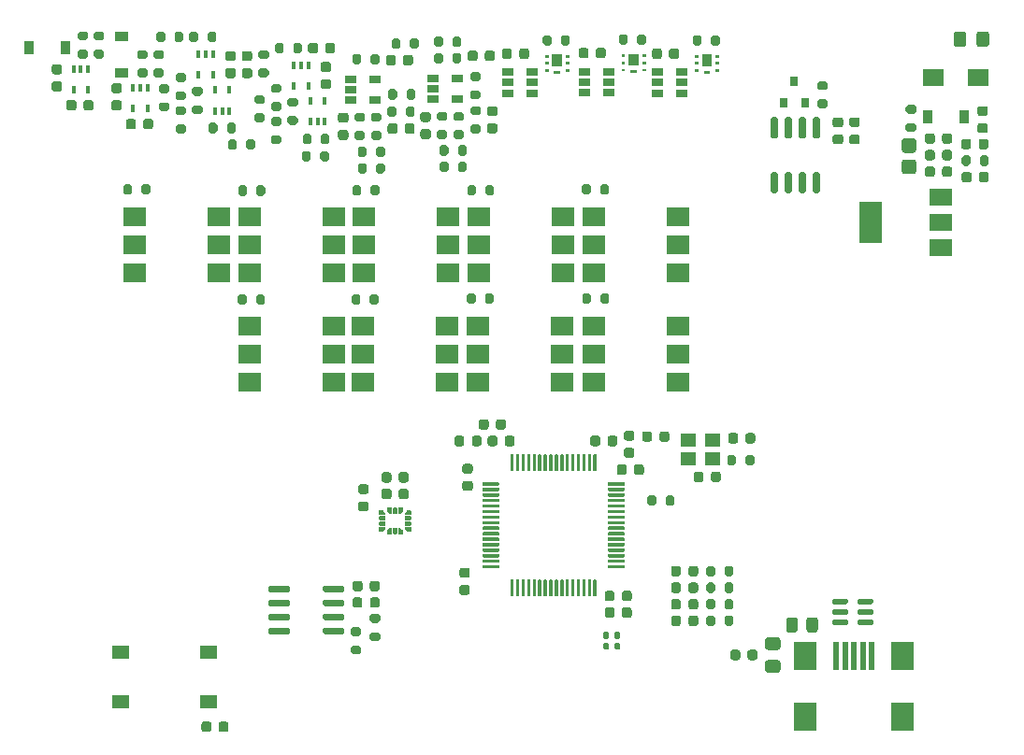
<source format=gtp>
G04 #@! TF.GenerationSoftware,KiCad,Pcbnew,(5.1.10)-1*
G04 #@! TF.CreationDate,2022-03-07T12:44:44+01:00*
G04 #@! TF.ProjectId,karta_pomiarowa_v2,6b617274-615f-4706-9f6d-6961726f7761,rev?*
G04 #@! TF.SameCoordinates,Original*
G04 #@! TF.FileFunction,Paste,Top*
G04 #@! TF.FilePolarity,Positive*
%FSLAX46Y46*%
G04 Gerber Fmt 4.6, Leading zero omitted, Abs format (unit mm)*
G04 Created by KiCad (PCBNEW (5.1.10)-1) date 2022-03-07 12:44:44*
%MOMM*%
%LPD*%
G01*
G04 APERTURE LIST*
%ADD10C,0.100000*%
%ADD11R,0.400000X0.650000*%
%ADD12R,1.060000X0.650000*%
%ADD13R,2.000000X1.500000*%
%ADD14R,2.000000X3.800000*%
%ADD15R,1.550000X1.300000*%
%ADD16R,0.900000X1.200000*%
%ADD17R,1.200000X0.900000*%
%ADD18R,1.400000X1.200000*%
%ADD19R,2.000000X1.780000*%
%ADD20R,1.900000X1.500000*%
%ADD21R,0.500000X2.500000*%
%ADD22R,2.000000X2.500000*%
%ADD23R,0.800000X0.900000*%
G04 APERTURE END LIST*
D10*
G36*
X102680000Y-46585000D02*
G01*
X103580000Y-46585000D01*
X103580000Y-47635000D01*
X102680000Y-47635000D01*
X102680000Y-46585000D01*
G37*
G36*
X102850000Y-48045000D02*
G01*
X103410000Y-48045000D01*
X103410000Y-48295000D01*
X102850000Y-48295000D01*
X102850000Y-48045000D01*
G37*
G36*
X103900000Y-47920000D02*
G01*
X104230000Y-47920000D01*
X104230000Y-48170000D01*
X103900000Y-48170000D01*
X103900000Y-47920000D01*
G37*
G36*
X103900000Y-47270000D02*
G01*
X104230000Y-47270000D01*
X104230000Y-47520000D01*
X103900000Y-47520000D01*
X103900000Y-47270000D01*
G37*
G36*
X103900000Y-46620000D02*
G01*
X104230000Y-46620000D01*
X104230000Y-46870000D01*
X103900000Y-46870000D01*
X103900000Y-46620000D01*
G37*
G36*
X102030000Y-47920000D02*
G01*
X102360000Y-47920000D01*
X102360000Y-48170000D01*
X102030000Y-48170000D01*
X102030000Y-47920000D01*
G37*
G36*
X102030000Y-47270000D02*
G01*
X102360000Y-47270000D01*
X102360000Y-47520000D01*
X102030000Y-47520000D01*
X102030000Y-47270000D01*
G37*
G36*
X102030000Y-46620000D02*
G01*
X102360000Y-46620000D01*
X102360000Y-46870000D01*
X102030000Y-46870000D01*
X102030000Y-46620000D01*
G37*
G36*
X96050000Y-46535000D02*
G01*
X96950000Y-46535000D01*
X96950000Y-47585000D01*
X96050000Y-47585000D01*
X96050000Y-46535000D01*
G37*
G36*
X96220000Y-47995000D02*
G01*
X96780000Y-47995000D01*
X96780000Y-48245000D01*
X96220000Y-48245000D01*
X96220000Y-47995000D01*
G37*
G36*
X97270000Y-47870000D02*
G01*
X97600000Y-47870000D01*
X97600000Y-48120000D01*
X97270000Y-48120000D01*
X97270000Y-47870000D01*
G37*
G36*
X97270000Y-47220000D02*
G01*
X97600000Y-47220000D01*
X97600000Y-47470000D01*
X97270000Y-47470000D01*
X97270000Y-47220000D01*
G37*
G36*
X97270000Y-46570000D02*
G01*
X97600000Y-46570000D01*
X97600000Y-46820000D01*
X97270000Y-46820000D01*
X97270000Y-46570000D01*
G37*
G36*
X95400000Y-47870000D02*
G01*
X95730000Y-47870000D01*
X95730000Y-48120000D01*
X95400000Y-48120000D01*
X95400000Y-47870000D01*
G37*
G36*
X95400000Y-47220000D02*
G01*
X95730000Y-47220000D01*
X95730000Y-47470000D01*
X95400000Y-47470000D01*
X95400000Y-47220000D01*
G37*
G36*
X95400000Y-46570000D02*
G01*
X95730000Y-46570000D01*
X95730000Y-46820000D01*
X95400000Y-46820000D01*
X95400000Y-46570000D01*
G37*
G36*
X89110000Y-46585000D02*
G01*
X90010000Y-46585000D01*
X90010000Y-47635000D01*
X89110000Y-47635000D01*
X89110000Y-46585000D01*
G37*
G36*
X89280000Y-48045000D02*
G01*
X89840000Y-48045000D01*
X89840000Y-48295000D01*
X89280000Y-48295000D01*
X89280000Y-48045000D01*
G37*
G36*
X90330000Y-47920000D02*
G01*
X90660000Y-47920000D01*
X90660000Y-48170000D01*
X90330000Y-48170000D01*
X90330000Y-47920000D01*
G37*
G36*
X90330000Y-47270000D02*
G01*
X90660000Y-47270000D01*
X90660000Y-47520000D01*
X90330000Y-47520000D01*
X90330000Y-47270000D01*
G37*
G36*
X90330000Y-46620000D02*
G01*
X90660000Y-46620000D01*
X90660000Y-46870000D01*
X90330000Y-46870000D01*
X90330000Y-46620000D01*
G37*
G36*
X88460000Y-47920000D02*
G01*
X88790000Y-47920000D01*
X88790000Y-48170000D01*
X88460000Y-48170000D01*
X88460000Y-47920000D01*
G37*
G36*
X88460000Y-47270000D02*
G01*
X88790000Y-47270000D01*
X88790000Y-47520000D01*
X88460000Y-47520000D01*
X88460000Y-47270000D01*
G37*
G36*
X88460000Y-46620000D02*
G01*
X88790000Y-46620000D01*
X88790000Y-46870000D01*
X88460000Y-46870000D01*
X88460000Y-46620000D01*
G37*
D11*
X58600000Y-49800000D03*
X59900000Y-49800000D03*
X59250000Y-51700000D03*
X59900000Y-51700000D03*
X58600000Y-51700000D03*
X58400000Y-48450000D03*
X57100000Y-48450000D03*
X57750000Y-46550000D03*
X57100000Y-46550000D03*
X58400000Y-46550000D03*
X67230000Y-50790000D03*
X68530000Y-50790000D03*
X67880000Y-52690000D03*
X68530000Y-52690000D03*
X67230000Y-52690000D03*
X67030000Y-49440000D03*
X65730000Y-49440000D03*
X66380000Y-47540000D03*
X65730000Y-47540000D03*
X67030000Y-47540000D03*
D12*
X73100000Y-48800000D03*
X73100000Y-50700000D03*
X70900000Y-50700000D03*
X70900000Y-49750000D03*
X70900000Y-48800000D03*
X80510000Y-48720000D03*
X80510000Y-50620000D03*
X78310000Y-50620000D03*
X78310000Y-49670000D03*
X78310000Y-48720000D03*
G36*
G01*
X58825000Y-52975000D02*
X58825000Y-53525000D01*
G75*
G02*
X58625000Y-53725000I-200000J0D01*
G01*
X58225000Y-53725000D01*
G75*
G02*
X58025000Y-53525000I0J200000D01*
G01*
X58025000Y-52975000D01*
G75*
G02*
X58225000Y-52775000I200000J0D01*
G01*
X58625000Y-52775000D01*
G75*
G02*
X58825000Y-52975000I0J-200000D01*
G01*
G37*
G36*
G01*
X60475000Y-52975000D02*
X60475000Y-53525000D01*
G75*
G02*
X60275000Y-53725000I-200000J0D01*
G01*
X59875000Y-53725000D01*
G75*
G02*
X59675000Y-53525000I0J200000D01*
G01*
X59675000Y-52975000D01*
G75*
G02*
X59875000Y-52775000I200000J0D01*
G01*
X60275000Y-52775000D01*
G75*
G02*
X60475000Y-52975000I0J-200000D01*
G01*
G37*
G36*
G01*
X61425000Y-55025000D02*
X61425000Y-54475000D01*
G75*
G02*
X61625000Y-54275000I200000J0D01*
G01*
X62025000Y-54275000D01*
G75*
G02*
X62225000Y-54475000I0J-200000D01*
G01*
X62225000Y-55025000D01*
G75*
G02*
X62025000Y-55225000I-200000J0D01*
G01*
X61625000Y-55225000D01*
G75*
G02*
X61425000Y-55025000I0J200000D01*
G01*
G37*
G36*
G01*
X59775000Y-55025000D02*
X59775000Y-54475000D01*
G75*
G02*
X59975000Y-54275000I200000J0D01*
G01*
X60375000Y-54275000D01*
G75*
G02*
X60575000Y-54475000I0J-200000D01*
G01*
X60575000Y-55025000D01*
G75*
G02*
X60375000Y-55225000I-200000J0D01*
G01*
X59975000Y-55225000D01*
G75*
G02*
X59775000Y-55025000I0J200000D01*
G01*
G37*
G36*
G01*
X57275000Y-50325000D02*
X56725000Y-50325000D01*
G75*
G02*
X56525000Y-50125000I0J200000D01*
G01*
X56525000Y-49725000D01*
G75*
G02*
X56725000Y-49525000I200000J0D01*
G01*
X57275000Y-49525000D01*
G75*
G02*
X57475000Y-49725000I0J-200000D01*
G01*
X57475000Y-50125000D01*
G75*
G02*
X57275000Y-50325000I-200000J0D01*
G01*
G37*
G36*
G01*
X57275000Y-51975000D02*
X56725000Y-51975000D01*
G75*
G02*
X56525000Y-51775000I0J200000D01*
G01*
X56525000Y-51375000D01*
G75*
G02*
X56725000Y-51175000I200000J0D01*
G01*
X57275000Y-51175000D01*
G75*
G02*
X57475000Y-51375000I0J-200000D01*
G01*
X57475000Y-51775000D01*
G75*
G02*
X57275000Y-51975000I-200000J0D01*
G01*
G37*
G36*
G01*
X54925000Y-45275000D02*
X54925000Y-44725000D01*
G75*
G02*
X55125000Y-44525000I200000J0D01*
G01*
X55525000Y-44525000D01*
G75*
G02*
X55725000Y-44725000I0J-200000D01*
G01*
X55725000Y-45275000D01*
G75*
G02*
X55525000Y-45475000I-200000J0D01*
G01*
X55125000Y-45475000D01*
G75*
G02*
X54925000Y-45275000I0J200000D01*
G01*
G37*
G36*
G01*
X53275000Y-45275000D02*
X53275000Y-44725000D01*
G75*
G02*
X53475000Y-44525000I200000J0D01*
G01*
X53875000Y-44525000D01*
G75*
G02*
X54075000Y-44725000I0J-200000D01*
G01*
X54075000Y-45275000D01*
G75*
G02*
X53875000Y-45475000I-200000J0D01*
G01*
X53475000Y-45475000D01*
G75*
G02*
X53275000Y-45275000I0J200000D01*
G01*
G37*
G36*
G01*
X55225000Y-49925000D02*
X55775000Y-49925000D01*
G75*
G02*
X55975000Y-50125000I0J-200000D01*
G01*
X55975000Y-50525000D01*
G75*
G02*
X55775000Y-50725000I-200000J0D01*
G01*
X55225000Y-50725000D01*
G75*
G02*
X55025000Y-50525000I0J200000D01*
G01*
X55025000Y-50125000D01*
G75*
G02*
X55225000Y-49925000I200000J0D01*
G01*
G37*
G36*
G01*
X55225000Y-48275000D02*
X55775000Y-48275000D01*
G75*
G02*
X55975000Y-48475000I0J-200000D01*
G01*
X55975000Y-48875000D01*
G75*
G02*
X55775000Y-49075000I-200000J0D01*
G01*
X55225000Y-49075000D01*
G75*
G02*
X55025000Y-48875000I0J200000D01*
G01*
X55025000Y-48475000D01*
G75*
G02*
X55225000Y-48275000I200000J0D01*
G01*
G37*
G36*
G01*
X57925000Y-45275000D02*
X57925000Y-44725000D01*
G75*
G02*
X58125000Y-44525000I200000J0D01*
G01*
X58525000Y-44525000D01*
G75*
G02*
X58725000Y-44725000I0J-200000D01*
G01*
X58725000Y-45275000D01*
G75*
G02*
X58525000Y-45475000I-200000J0D01*
G01*
X58125000Y-45475000D01*
G75*
G02*
X57925000Y-45275000I0J200000D01*
G01*
G37*
G36*
G01*
X56275000Y-45275000D02*
X56275000Y-44725000D01*
G75*
G02*
X56475000Y-44525000I200000J0D01*
G01*
X56875000Y-44525000D01*
G75*
G02*
X57075000Y-44725000I0J-200000D01*
G01*
X57075000Y-45275000D01*
G75*
G02*
X56875000Y-45475000I-200000J0D01*
G01*
X56475000Y-45475000D01*
G75*
G02*
X56275000Y-45275000I0J200000D01*
G01*
G37*
G36*
G01*
X54275000Y-50075000D02*
X53725000Y-50075000D01*
G75*
G02*
X53525000Y-49875000I0J200000D01*
G01*
X53525000Y-49475000D01*
G75*
G02*
X53725000Y-49275000I200000J0D01*
G01*
X54275000Y-49275000D01*
G75*
G02*
X54475000Y-49475000I0J-200000D01*
G01*
X54475000Y-49875000D01*
G75*
G02*
X54275000Y-50075000I-200000J0D01*
G01*
G37*
G36*
G01*
X54275000Y-51725000D02*
X53725000Y-51725000D01*
G75*
G02*
X53525000Y-51525000I0J200000D01*
G01*
X53525000Y-51125000D01*
G75*
G02*
X53725000Y-50925000I200000J0D01*
G01*
X54275000Y-50925000D01*
G75*
G02*
X54475000Y-51125000I0J-200000D01*
G01*
X54475000Y-51525000D01*
G75*
G02*
X54275000Y-51725000I-200000J0D01*
G01*
G37*
G36*
G01*
X55775000Y-52075000D02*
X55225000Y-52075000D01*
G75*
G02*
X55025000Y-51875000I0J200000D01*
G01*
X55025000Y-51475000D01*
G75*
G02*
X55225000Y-51275000I200000J0D01*
G01*
X55775000Y-51275000D01*
G75*
G02*
X55975000Y-51475000I0J-200000D01*
G01*
X55975000Y-51875000D01*
G75*
G02*
X55775000Y-52075000I-200000J0D01*
G01*
G37*
G36*
G01*
X55775000Y-53725000D02*
X55225000Y-53725000D01*
G75*
G02*
X55025000Y-53525000I0J200000D01*
G01*
X55025000Y-53125000D01*
G75*
G02*
X55225000Y-52925000I200000J0D01*
G01*
X55775000Y-52925000D01*
G75*
G02*
X55975000Y-53125000I0J-200000D01*
G01*
X55975000Y-53525000D01*
G75*
G02*
X55775000Y-53725000I-200000J0D01*
G01*
G37*
G36*
G01*
X67325000Y-53975000D02*
X67325000Y-54525000D01*
G75*
G02*
X67125000Y-54725000I-200000J0D01*
G01*
X66725000Y-54725000D01*
G75*
G02*
X66525000Y-54525000I0J200000D01*
G01*
X66525000Y-53975000D01*
G75*
G02*
X66725000Y-53775000I200000J0D01*
G01*
X67125000Y-53775000D01*
G75*
G02*
X67325000Y-53975000I0J-200000D01*
G01*
G37*
G36*
G01*
X68975000Y-53975000D02*
X68975000Y-54525000D01*
G75*
G02*
X68775000Y-54725000I-200000J0D01*
G01*
X68375000Y-54725000D01*
G75*
G02*
X68175000Y-54525000I0J200000D01*
G01*
X68175000Y-53975000D01*
G75*
G02*
X68375000Y-53775000I200000J0D01*
G01*
X68775000Y-53775000D01*
G75*
G02*
X68975000Y-53975000I0J-200000D01*
G01*
G37*
G36*
G01*
X67275000Y-55525000D02*
X67275000Y-56075000D01*
G75*
G02*
X67075000Y-56275000I-200000J0D01*
G01*
X66675000Y-56275000D01*
G75*
G02*
X66475000Y-56075000I0J200000D01*
G01*
X66475000Y-55525000D01*
G75*
G02*
X66675000Y-55325000I200000J0D01*
G01*
X67075000Y-55325000D01*
G75*
G02*
X67275000Y-55525000I0J-200000D01*
G01*
G37*
G36*
G01*
X68925000Y-55525000D02*
X68925000Y-56075000D01*
G75*
G02*
X68725000Y-56275000I-200000J0D01*
G01*
X68325000Y-56275000D01*
G75*
G02*
X68125000Y-56075000I0J200000D01*
G01*
X68125000Y-55525000D01*
G75*
G02*
X68325000Y-55325000I200000J0D01*
G01*
X68725000Y-55325000D01*
G75*
G02*
X68925000Y-55525000I0J-200000D01*
G01*
G37*
G36*
G01*
X65905000Y-51315000D02*
X65355000Y-51315000D01*
G75*
G02*
X65155000Y-51115000I0J200000D01*
G01*
X65155000Y-50715000D01*
G75*
G02*
X65355000Y-50515000I200000J0D01*
G01*
X65905000Y-50515000D01*
G75*
G02*
X66105000Y-50715000I0J-200000D01*
G01*
X66105000Y-51115000D01*
G75*
G02*
X65905000Y-51315000I-200000J0D01*
G01*
G37*
G36*
G01*
X65905000Y-52965000D02*
X65355000Y-52965000D01*
G75*
G02*
X65155000Y-52765000I0J200000D01*
G01*
X65155000Y-52365000D01*
G75*
G02*
X65355000Y-52165000I200000J0D01*
G01*
X65905000Y-52165000D01*
G75*
G02*
X66105000Y-52365000I0J-200000D01*
G01*
X66105000Y-52765000D01*
G75*
G02*
X65905000Y-52965000I-200000J0D01*
G01*
G37*
G36*
G01*
X62725000Y-47850000D02*
X63275000Y-47850000D01*
G75*
G02*
X63475000Y-48050000I0J-200000D01*
G01*
X63475000Y-48450000D01*
G75*
G02*
X63275000Y-48650000I-200000J0D01*
G01*
X62725000Y-48650000D01*
G75*
G02*
X62525000Y-48450000I0J200000D01*
G01*
X62525000Y-48050000D01*
G75*
G02*
X62725000Y-47850000I200000J0D01*
G01*
G37*
G36*
G01*
X62725000Y-46200000D02*
X63275000Y-46200000D01*
G75*
G02*
X63475000Y-46400000I0J-200000D01*
G01*
X63475000Y-46800000D01*
G75*
G02*
X63275000Y-47000000I-200000J0D01*
G01*
X62725000Y-47000000D01*
G75*
G02*
X62525000Y-46800000I0J200000D01*
G01*
X62525000Y-46400000D01*
G75*
G02*
X62725000Y-46200000I200000J0D01*
G01*
G37*
G36*
G01*
X63855000Y-50915000D02*
X64405000Y-50915000D01*
G75*
G02*
X64605000Y-51115000I0J-200000D01*
G01*
X64605000Y-51515000D01*
G75*
G02*
X64405000Y-51715000I-200000J0D01*
G01*
X63855000Y-51715000D01*
G75*
G02*
X63655000Y-51515000I0J200000D01*
G01*
X63655000Y-51115000D01*
G75*
G02*
X63855000Y-50915000I200000J0D01*
G01*
G37*
G36*
G01*
X63855000Y-49265000D02*
X64405000Y-49265000D01*
G75*
G02*
X64605000Y-49465000I0J-200000D01*
G01*
X64605000Y-49865000D01*
G75*
G02*
X64405000Y-50065000I-200000J0D01*
G01*
X63855000Y-50065000D01*
G75*
G02*
X63655000Y-49865000I0J200000D01*
G01*
X63655000Y-49465000D01*
G75*
G02*
X63855000Y-49265000I200000J0D01*
G01*
G37*
G36*
G01*
X64825000Y-45725000D02*
X64825000Y-46275000D01*
G75*
G02*
X64625000Y-46475000I-200000J0D01*
G01*
X64225000Y-46475000D01*
G75*
G02*
X64025000Y-46275000I0J200000D01*
G01*
X64025000Y-45725000D01*
G75*
G02*
X64225000Y-45525000I200000J0D01*
G01*
X64625000Y-45525000D01*
G75*
G02*
X64825000Y-45725000I0J-200000D01*
G01*
G37*
G36*
G01*
X66475000Y-45725000D02*
X66475000Y-46275000D01*
G75*
G02*
X66275000Y-46475000I-200000J0D01*
G01*
X65875000Y-46475000D01*
G75*
G02*
X65675000Y-46275000I0J200000D01*
G01*
X65675000Y-45725000D01*
G75*
G02*
X65875000Y-45525000I200000J0D01*
G01*
X66275000Y-45525000D01*
G75*
G02*
X66475000Y-45725000I0J-200000D01*
G01*
G37*
G36*
G01*
X62905000Y-51065000D02*
X62355000Y-51065000D01*
G75*
G02*
X62155000Y-50865000I0J200000D01*
G01*
X62155000Y-50465000D01*
G75*
G02*
X62355000Y-50265000I200000J0D01*
G01*
X62905000Y-50265000D01*
G75*
G02*
X63105000Y-50465000I0J-200000D01*
G01*
X63105000Y-50865000D01*
G75*
G02*
X62905000Y-51065000I-200000J0D01*
G01*
G37*
G36*
G01*
X62905000Y-52715000D02*
X62355000Y-52715000D01*
G75*
G02*
X62155000Y-52515000I0J200000D01*
G01*
X62155000Y-52115000D01*
G75*
G02*
X62355000Y-51915000I200000J0D01*
G01*
X62905000Y-51915000D01*
G75*
G02*
X63105000Y-52115000I0J-200000D01*
G01*
X63105000Y-52515000D01*
G75*
G02*
X62905000Y-52715000I-200000J0D01*
G01*
G37*
G36*
G01*
X64405000Y-53065000D02*
X63855000Y-53065000D01*
G75*
G02*
X63655000Y-52865000I0J200000D01*
G01*
X63655000Y-52465000D01*
G75*
G02*
X63855000Y-52265000I200000J0D01*
G01*
X64405000Y-52265000D01*
G75*
G02*
X64605000Y-52465000I0J-200000D01*
G01*
X64605000Y-52865000D01*
G75*
G02*
X64405000Y-53065000I-200000J0D01*
G01*
G37*
G36*
G01*
X64405000Y-54715000D02*
X63855000Y-54715000D01*
G75*
G02*
X63655000Y-54515000I0J200000D01*
G01*
X63655000Y-54115000D01*
G75*
G02*
X63855000Y-53915000I200000J0D01*
G01*
X64405000Y-53915000D01*
G75*
G02*
X64605000Y-54115000I0J-200000D01*
G01*
X64605000Y-54515000D01*
G75*
G02*
X64405000Y-54715000I-200000J0D01*
G01*
G37*
G36*
G01*
X75075000Y-49925000D02*
X75075000Y-50475000D01*
G75*
G02*
X74875000Y-50675000I-200000J0D01*
G01*
X74475000Y-50675000D01*
G75*
G02*
X74275000Y-50475000I0J200000D01*
G01*
X74275000Y-49925000D01*
G75*
G02*
X74475000Y-49725000I200000J0D01*
G01*
X74875000Y-49725000D01*
G75*
G02*
X75075000Y-49925000I0J-200000D01*
G01*
G37*
G36*
G01*
X76725000Y-49925000D02*
X76725000Y-50475000D01*
G75*
G02*
X76525000Y-50675000I-200000J0D01*
G01*
X76125000Y-50675000D01*
G75*
G02*
X75925000Y-50475000I0J200000D01*
G01*
X75925000Y-49925000D01*
G75*
G02*
X76125000Y-49725000I200000J0D01*
G01*
X76525000Y-49725000D01*
G75*
G02*
X76725000Y-49925000I0J-200000D01*
G01*
G37*
G36*
G01*
X75025000Y-51475000D02*
X75025000Y-52025000D01*
G75*
G02*
X74825000Y-52225000I-200000J0D01*
G01*
X74425000Y-52225000D01*
G75*
G02*
X74225000Y-52025000I0J200000D01*
G01*
X74225000Y-51475000D01*
G75*
G02*
X74425000Y-51275000I200000J0D01*
G01*
X74825000Y-51275000D01*
G75*
G02*
X75025000Y-51475000I0J-200000D01*
G01*
G37*
G36*
G01*
X76675000Y-51475000D02*
X76675000Y-52025000D01*
G75*
G02*
X76475000Y-52225000I-200000J0D01*
G01*
X76075000Y-52225000D01*
G75*
G02*
X75875000Y-52025000I0J200000D01*
G01*
X75875000Y-51475000D01*
G75*
G02*
X76075000Y-51275000I200000J0D01*
G01*
X76475000Y-51275000D01*
G75*
G02*
X76675000Y-51475000I0J-200000D01*
G01*
G37*
G36*
G01*
X71425000Y-53525000D02*
X71975000Y-53525000D01*
G75*
G02*
X72175000Y-53725000I0J-200000D01*
G01*
X72175000Y-54125000D01*
G75*
G02*
X71975000Y-54325000I-200000J0D01*
G01*
X71425000Y-54325000D01*
G75*
G02*
X71225000Y-54125000I0J200000D01*
G01*
X71225000Y-53725000D01*
G75*
G02*
X71425000Y-53525000I200000J0D01*
G01*
G37*
G36*
G01*
X71425000Y-51875000D02*
X71975000Y-51875000D01*
G75*
G02*
X72175000Y-52075000I0J-200000D01*
G01*
X72175000Y-52475000D01*
G75*
G02*
X71975000Y-52675000I-200000J0D01*
G01*
X71425000Y-52675000D01*
G75*
G02*
X71225000Y-52475000I0J200000D01*
G01*
X71225000Y-52075000D01*
G75*
G02*
X71425000Y-51875000I200000J0D01*
G01*
G37*
G36*
G01*
X75375000Y-45325000D02*
X75375000Y-45875000D01*
G75*
G02*
X75175000Y-46075000I-200000J0D01*
G01*
X74775000Y-46075000D01*
G75*
G02*
X74575000Y-45875000I0J200000D01*
G01*
X74575000Y-45325000D01*
G75*
G02*
X74775000Y-45125000I200000J0D01*
G01*
X75175000Y-45125000D01*
G75*
G02*
X75375000Y-45325000I0J-200000D01*
G01*
G37*
G36*
G01*
X77025000Y-45325000D02*
X77025000Y-45875000D01*
G75*
G02*
X76825000Y-46075000I-200000J0D01*
G01*
X76425000Y-46075000D01*
G75*
G02*
X76225000Y-45875000I0J200000D01*
G01*
X76225000Y-45325000D01*
G75*
G02*
X76425000Y-45125000I200000J0D01*
G01*
X76825000Y-45125000D01*
G75*
G02*
X77025000Y-45325000I0J-200000D01*
G01*
G37*
G36*
G01*
X72925000Y-53525000D02*
X73475000Y-53525000D01*
G75*
G02*
X73675000Y-53725000I0J-200000D01*
G01*
X73675000Y-54125000D01*
G75*
G02*
X73475000Y-54325000I-200000J0D01*
G01*
X72925000Y-54325000D01*
G75*
G02*
X72725000Y-54125000I0J200000D01*
G01*
X72725000Y-53725000D01*
G75*
G02*
X72925000Y-53525000I200000J0D01*
G01*
G37*
G36*
G01*
X72925000Y-51875000D02*
X73475000Y-51875000D01*
G75*
G02*
X73675000Y-52075000I0J-200000D01*
G01*
X73675000Y-52475000D01*
G75*
G02*
X73475000Y-52675000I-200000J0D01*
G01*
X72925000Y-52675000D01*
G75*
G02*
X72725000Y-52475000I0J200000D01*
G01*
X72725000Y-52075000D01*
G75*
G02*
X72925000Y-51875000I200000J0D01*
G01*
G37*
G36*
G01*
X72325000Y-55125000D02*
X72325000Y-55675000D01*
G75*
G02*
X72125000Y-55875000I-200000J0D01*
G01*
X71725000Y-55875000D01*
G75*
G02*
X71525000Y-55675000I0J200000D01*
G01*
X71525000Y-55125000D01*
G75*
G02*
X71725000Y-54925000I200000J0D01*
G01*
X72125000Y-54925000D01*
G75*
G02*
X72325000Y-55125000I0J-200000D01*
G01*
G37*
G36*
G01*
X73975000Y-55125000D02*
X73975000Y-55675000D01*
G75*
G02*
X73775000Y-55875000I-200000J0D01*
G01*
X73375000Y-55875000D01*
G75*
G02*
X73175000Y-55675000I0J200000D01*
G01*
X73175000Y-55125000D01*
G75*
G02*
X73375000Y-54925000I200000J0D01*
G01*
X73775000Y-54925000D01*
G75*
G02*
X73975000Y-55125000I0J-200000D01*
G01*
G37*
G36*
G01*
X73175000Y-57175000D02*
X73175000Y-56625000D01*
G75*
G02*
X73375000Y-56425000I200000J0D01*
G01*
X73775000Y-56425000D01*
G75*
G02*
X73975000Y-56625000I0J-200000D01*
G01*
X73975000Y-57175000D01*
G75*
G02*
X73775000Y-57375000I-200000J0D01*
G01*
X73375000Y-57375000D01*
G75*
G02*
X73175000Y-57175000I0J200000D01*
G01*
G37*
G36*
G01*
X71525000Y-57175000D02*
X71525000Y-56625000D01*
G75*
G02*
X71725000Y-56425000I200000J0D01*
G01*
X72125000Y-56425000D01*
G75*
G02*
X72325000Y-56625000I0J-200000D01*
G01*
X72325000Y-57175000D01*
G75*
G02*
X72125000Y-57375000I-200000J0D01*
G01*
X71725000Y-57375000D01*
G75*
G02*
X71525000Y-57175000I0J200000D01*
G01*
G37*
G36*
G01*
X72675000Y-47275000D02*
X72675000Y-46725000D01*
G75*
G02*
X72875000Y-46525000I200000J0D01*
G01*
X73275000Y-46525000D01*
G75*
G02*
X73475000Y-46725000I0J-200000D01*
G01*
X73475000Y-47275000D01*
G75*
G02*
X73275000Y-47475000I-200000J0D01*
G01*
X72875000Y-47475000D01*
G75*
G02*
X72675000Y-47275000I0J200000D01*
G01*
G37*
G36*
G01*
X71025000Y-47275000D02*
X71025000Y-46725000D01*
G75*
G02*
X71225000Y-46525000I200000J0D01*
G01*
X71625000Y-46525000D01*
G75*
G02*
X71825000Y-46725000I0J-200000D01*
G01*
X71825000Y-47275000D01*
G75*
G02*
X71625000Y-47475000I-200000J0D01*
G01*
X71225000Y-47475000D01*
G75*
G02*
X71025000Y-47275000I0J200000D01*
G01*
G37*
G36*
G01*
X82435000Y-48995000D02*
X81885000Y-48995000D01*
G75*
G02*
X81685000Y-48795000I0J200000D01*
G01*
X81685000Y-48395000D01*
G75*
G02*
X81885000Y-48195000I200000J0D01*
G01*
X82435000Y-48195000D01*
G75*
G02*
X82635000Y-48395000I0J-200000D01*
G01*
X82635000Y-48795000D01*
G75*
G02*
X82435000Y-48995000I-200000J0D01*
G01*
G37*
G36*
G01*
X82435000Y-50645000D02*
X81885000Y-50645000D01*
G75*
G02*
X81685000Y-50445000I0J200000D01*
G01*
X81685000Y-50045000D01*
G75*
G02*
X81885000Y-49845000I200000J0D01*
G01*
X82435000Y-49845000D01*
G75*
G02*
X82635000Y-50045000I0J-200000D01*
G01*
X82635000Y-50445000D01*
G75*
G02*
X82435000Y-50645000I-200000J0D01*
G01*
G37*
G36*
G01*
X82475000Y-52075000D02*
X81925000Y-52075000D01*
G75*
G02*
X81725000Y-51875000I0J200000D01*
G01*
X81725000Y-51475000D01*
G75*
G02*
X81925000Y-51275000I200000J0D01*
G01*
X82475000Y-51275000D01*
G75*
G02*
X82675000Y-51475000I0J-200000D01*
G01*
X82675000Y-51875000D01*
G75*
G02*
X82475000Y-52075000I-200000J0D01*
G01*
G37*
G36*
G01*
X82475000Y-53725000D02*
X81925000Y-53725000D01*
G75*
G02*
X81725000Y-53525000I0J200000D01*
G01*
X81725000Y-53125000D01*
G75*
G02*
X81925000Y-52925000I200000J0D01*
G01*
X82475000Y-52925000D01*
G75*
G02*
X82675000Y-53125000I0J-200000D01*
G01*
X82675000Y-53525000D01*
G75*
G02*
X82475000Y-53725000I-200000J0D01*
G01*
G37*
G36*
G01*
X78885000Y-53445000D02*
X79435000Y-53445000D01*
G75*
G02*
X79635000Y-53645000I0J-200000D01*
G01*
X79635000Y-54045000D01*
G75*
G02*
X79435000Y-54245000I-200000J0D01*
G01*
X78885000Y-54245000D01*
G75*
G02*
X78685000Y-54045000I0J200000D01*
G01*
X78685000Y-53645000D01*
G75*
G02*
X78885000Y-53445000I200000J0D01*
G01*
G37*
G36*
G01*
X78885000Y-51795000D02*
X79435000Y-51795000D01*
G75*
G02*
X79635000Y-51995000I0J-200000D01*
G01*
X79635000Y-52395000D01*
G75*
G02*
X79435000Y-52595000I-200000J0D01*
G01*
X78885000Y-52595000D01*
G75*
G02*
X78685000Y-52395000I0J200000D01*
G01*
X78685000Y-51995000D01*
G75*
G02*
X78885000Y-51795000I200000J0D01*
G01*
G37*
G36*
G01*
X80085000Y-45695000D02*
X80085000Y-45145000D01*
G75*
G02*
X80285000Y-44945000I200000J0D01*
G01*
X80685000Y-44945000D01*
G75*
G02*
X80885000Y-45145000I0J-200000D01*
G01*
X80885000Y-45695000D01*
G75*
G02*
X80685000Y-45895000I-200000J0D01*
G01*
X80285000Y-45895000D01*
G75*
G02*
X80085000Y-45695000I0J200000D01*
G01*
G37*
G36*
G01*
X78435000Y-45695000D02*
X78435000Y-45145000D01*
G75*
G02*
X78635000Y-44945000I200000J0D01*
G01*
X79035000Y-44945000D01*
G75*
G02*
X79235000Y-45145000I0J-200000D01*
G01*
X79235000Y-45695000D01*
G75*
G02*
X79035000Y-45895000I-200000J0D01*
G01*
X78635000Y-45895000D01*
G75*
G02*
X78435000Y-45695000I0J200000D01*
G01*
G37*
G36*
G01*
X80385000Y-53445000D02*
X80935000Y-53445000D01*
G75*
G02*
X81135000Y-53645000I0J-200000D01*
G01*
X81135000Y-54045000D01*
G75*
G02*
X80935000Y-54245000I-200000J0D01*
G01*
X80385000Y-54245000D01*
G75*
G02*
X80185000Y-54045000I0J200000D01*
G01*
X80185000Y-53645000D01*
G75*
G02*
X80385000Y-53445000I200000J0D01*
G01*
G37*
G36*
G01*
X80385000Y-51795000D02*
X80935000Y-51795000D01*
G75*
G02*
X81135000Y-51995000I0J-200000D01*
G01*
X81135000Y-52395000D01*
G75*
G02*
X80935000Y-52595000I-200000J0D01*
G01*
X80385000Y-52595000D01*
G75*
G02*
X80185000Y-52395000I0J200000D01*
G01*
X80185000Y-51995000D01*
G75*
G02*
X80385000Y-51795000I200000J0D01*
G01*
G37*
G36*
G01*
X79735000Y-54995000D02*
X79735000Y-55545000D01*
G75*
G02*
X79535000Y-55745000I-200000J0D01*
G01*
X79135000Y-55745000D01*
G75*
G02*
X78935000Y-55545000I0J200000D01*
G01*
X78935000Y-54995000D01*
G75*
G02*
X79135000Y-54795000I200000J0D01*
G01*
X79535000Y-54795000D01*
G75*
G02*
X79735000Y-54995000I0J-200000D01*
G01*
G37*
G36*
G01*
X81385000Y-54995000D02*
X81385000Y-55545000D01*
G75*
G02*
X81185000Y-55745000I-200000J0D01*
G01*
X80785000Y-55745000D01*
G75*
G02*
X80585000Y-55545000I0J200000D01*
G01*
X80585000Y-54995000D01*
G75*
G02*
X80785000Y-54795000I200000J0D01*
G01*
X81185000Y-54795000D01*
G75*
G02*
X81385000Y-54995000I0J-200000D01*
G01*
G37*
G36*
G01*
X80585000Y-57045000D02*
X80585000Y-56495000D01*
G75*
G02*
X80785000Y-56295000I200000J0D01*
G01*
X81185000Y-56295000D01*
G75*
G02*
X81385000Y-56495000I0J-200000D01*
G01*
X81385000Y-57045000D01*
G75*
G02*
X81185000Y-57245000I-200000J0D01*
G01*
X80785000Y-57245000D01*
G75*
G02*
X80585000Y-57045000I0J200000D01*
G01*
G37*
G36*
G01*
X78935000Y-57045000D02*
X78935000Y-56495000D01*
G75*
G02*
X79135000Y-56295000I200000J0D01*
G01*
X79535000Y-56295000D01*
G75*
G02*
X79735000Y-56495000I0J-200000D01*
G01*
X79735000Y-57045000D01*
G75*
G02*
X79535000Y-57245000I-200000J0D01*
G01*
X79135000Y-57245000D01*
G75*
G02*
X78935000Y-57045000I0J200000D01*
G01*
G37*
G36*
G01*
X80085000Y-47195000D02*
X80085000Y-46645000D01*
G75*
G02*
X80285000Y-46445000I200000J0D01*
G01*
X80685000Y-46445000D01*
G75*
G02*
X80885000Y-46645000I0J-200000D01*
G01*
X80885000Y-47195000D01*
G75*
G02*
X80685000Y-47395000I-200000J0D01*
G01*
X80285000Y-47395000D01*
G75*
G02*
X80085000Y-47195000I0J200000D01*
G01*
G37*
G36*
G01*
X78435000Y-47195000D02*
X78435000Y-46645000D01*
G75*
G02*
X78635000Y-46445000I200000J0D01*
G01*
X79035000Y-46445000D01*
G75*
G02*
X79235000Y-46645000I0J-200000D01*
G01*
X79235000Y-47195000D01*
G75*
G02*
X79035000Y-47395000I-200000J0D01*
G01*
X78635000Y-47395000D01*
G75*
G02*
X78435000Y-47195000I0J200000D01*
G01*
G37*
G36*
G01*
X61250000Y-47825000D02*
X61750000Y-47825000D01*
G75*
G02*
X61975000Y-48050000I0J-225000D01*
G01*
X61975000Y-48500000D01*
G75*
G02*
X61750000Y-48725000I-225000J0D01*
G01*
X61250000Y-48725000D01*
G75*
G02*
X61025000Y-48500000I0J225000D01*
G01*
X61025000Y-48050000D01*
G75*
G02*
X61250000Y-47825000I225000J0D01*
G01*
G37*
G36*
G01*
X61250000Y-46275000D02*
X61750000Y-46275000D01*
G75*
G02*
X61975000Y-46500000I0J-225000D01*
G01*
X61975000Y-46950000D01*
G75*
G02*
X61750000Y-47175000I-225000J0D01*
G01*
X61250000Y-47175000D01*
G75*
G02*
X61025000Y-46950000I0J225000D01*
G01*
X61025000Y-46500000D01*
G75*
G02*
X61250000Y-46275000I225000J0D01*
G01*
G37*
G36*
G01*
X59750000Y-47825000D02*
X60250000Y-47825000D01*
G75*
G02*
X60475000Y-48050000I0J-225000D01*
G01*
X60475000Y-48500000D01*
G75*
G02*
X60250000Y-48725000I-225000J0D01*
G01*
X59750000Y-48725000D01*
G75*
G02*
X59525000Y-48500000I0J225000D01*
G01*
X59525000Y-48050000D01*
G75*
G02*
X59750000Y-47825000I225000J0D01*
G01*
G37*
G36*
G01*
X59750000Y-46275000D02*
X60250000Y-46275000D01*
G75*
G02*
X60475000Y-46500000I0J-225000D01*
G01*
X60475000Y-46950000D01*
G75*
G02*
X60250000Y-47175000I-225000J0D01*
G01*
X59750000Y-47175000D01*
G75*
G02*
X59525000Y-46950000I0J225000D01*
G01*
X59525000Y-46500000D01*
G75*
G02*
X59750000Y-46275000I225000J0D01*
G01*
G37*
G36*
G01*
X68575000Y-46250000D02*
X68575000Y-45750000D01*
G75*
G02*
X68800000Y-45525000I225000J0D01*
G01*
X69250000Y-45525000D01*
G75*
G02*
X69475000Y-45750000I0J-225000D01*
G01*
X69475000Y-46250000D01*
G75*
G02*
X69250000Y-46475000I-225000J0D01*
G01*
X68800000Y-46475000D01*
G75*
G02*
X68575000Y-46250000I0J225000D01*
G01*
G37*
G36*
G01*
X67025000Y-46250000D02*
X67025000Y-45750000D01*
G75*
G02*
X67250000Y-45525000I225000J0D01*
G01*
X67700000Y-45525000D01*
G75*
G02*
X67925000Y-45750000I0J-225000D01*
G01*
X67925000Y-46250000D01*
G75*
G02*
X67700000Y-46475000I-225000J0D01*
G01*
X67250000Y-46475000D01*
G75*
G02*
X67025000Y-46250000I0J225000D01*
G01*
G37*
G36*
G01*
X68380000Y-48815000D02*
X68880000Y-48815000D01*
G75*
G02*
X69105000Y-49040000I0J-225000D01*
G01*
X69105000Y-49490000D01*
G75*
G02*
X68880000Y-49715000I-225000J0D01*
G01*
X68380000Y-49715000D01*
G75*
G02*
X68155000Y-49490000I0J225000D01*
G01*
X68155000Y-49040000D01*
G75*
G02*
X68380000Y-48815000I225000J0D01*
G01*
G37*
G36*
G01*
X68380000Y-47265000D02*
X68880000Y-47265000D01*
G75*
G02*
X69105000Y-47490000I0J-225000D01*
G01*
X69105000Y-47940000D01*
G75*
G02*
X68880000Y-48165000I-225000J0D01*
G01*
X68380000Y-48165000D01*
G75*
G02*
X68155000Y-47940000I0J225000D01*
G01*
X68155000Y-47490000D01*
G75*
G02*
X68380000Y-47265000I225000J0D01*
G01*
G37*
G36*
G01*
X74975000Y-46850000D02*
X74975000Y-47350000D01*
G75*
G02*
X74750000Y-47575000I-225000J0D01*
G01*
X74300000Y-47575000D01*
G75*
G02*
X74075000Y-47350000I0J225000D01*
G01*
X74075000Y-46850000D01*
G75*
G02*
X74300000Y-46625000I225000J0D01*
G01*
X74750000Y-46625000D01*
G75*
G02*
X74975000Y-46850000I0J-225000D01*
G01*
G37*
G36*
G01*
X76525000Y-46850000D02*
X76525000Y-47350000D01*
G75*
G02*
X76300000Y-47575000I-225000J0D01*
G01*
X75850000Y-47575000D01*
G75*
G02*
X75625000Y-47350000I0J225000D01*
G01*
X75625000Y-46850000D01*
G75*
G02*
X75850000Y-46625000I225000J0D01*
G01*
X76300000Y-46625000D01*
G75*
G02*
X76525000Y-46850000I0J-225000D01*
G01*
G37*
G36*
G01*
X75125000Y-53050000D02*
X75125000Y-53550000D01*
G75*
G02*
X74900000Y-53775000I-225000J0D01*
G01*
X74450000Y-53775000D01*
G75*
G02*
X74225000Y-53550000I0J225000D01*
G01*
X74225000Y-53050000D01*
G75*
G02*
X74450000Y-52825000I225000J0D01*
G01*
X74900000Y-52825000D01*
G75*
G02*
X75125000Y-53050000I0J-225000D01*
G01*
G37*
G36*
G01*
X76675000Y-53050000D02*
X76675000Y-53550000D01*
G75*
G02*
X76450000Y-53775000I-225000J0D01*
G01*
X76000000Y-53775000D01*
G75*
G02*
X75775000Y-53550000I0J225000D01*
G01*
X75775000Y-53050000D01*
G75*
G02*
X76000000Y-52825000I225000J0D01*
G01*
X76450000Y-52825000D01*
G75*
G02*
X76675000Y-53050000I0J-225000D01*
G01*
G37*
G36*
G01*
X69950000Y-53425000D02*
X70450000Y-53425000D01*
G75*
G02*
X70675000Y-53650000I0J-225000D01*
G01*
X70675000Y-54100000D01*
G75*
G02*
X70450000Y-54325000I-225000J0D01*
G01*
X69950000Y-54325000D01*
G75*
G02*
X69725000Y-54100000I0J225000D01*
G01*
X69725000Y-53650000D01*
G75*
G02*
X69950000Y-53425000I225000J0D01*
G01*
G37*
G36*
G01*
X69950000Y-51875000D02*
X70450000Y-51875000D01*
G75*
G02*
X70675000Y-52100000I0J-225000D01*
G01*
X70675000Y-52550000D01*
G75*
G02*
X70450000Y-52775000I-225000J0D01*
G01*
X69950000Y-52775000D01*
G75*
G02*
X69725000Y-52550000I0J225000D01*
G01*
X69725000Y-52100000D01*
G75*
G02*
X69950000Y-51875000I225000J0D01*
G01*
G37*
G36*
G01*
X82375000Y-46450000D02*
X82375000Y-46950000D01*
G75*
G02*
X82150000Y-47175000I-225000J0D01*
G01*
X81700000Y-47175000D01*
G75*
G02*
X81475000Y-46950000I0J225000D01*
G01*
X81475000Y-46450000D01*
G75*
G02*
X81700000Y-46225000I225000J0D01*
G01*
X82150000Y-46225000D01*
G75*
G02*
X82375000Y-46450000I0J-225000D01*
G01*
G37*
G36*
G01*
X83925000Y-46450000D02*
X83925000Y-46950000D01*
G75*
G02*
X83700000Y-47175000I-225000J0D01*
G01*
X83250000Y-47175000D01*
G75*
G02*
X83025000Y-46950000I0J225000D01*
G01*
X83025000Y-46450000D01*
G75*
G02*
X83250000Y-46225000I225000J0D01*
G01*
X83700000Y-46225000D01*
G75*
G02*
X83925000Y-46450000I0J-225000D01*
G01*
G37*
G36*
G01*
X83950000Y-52175000D02*
X83450000Y-52175000D01*
G75*
G02*
X83225000Y-51950000I0J225000D01*
G01*
X83225000Y-51500000D01*
G75*
G02*
X83450000Y-51275000I225000J0D01*
G01*
X83950000Y-51275000D01*
G75*
G02*
X84175000Y-51500000I0J-225000D01*
G01*
X84175000Y-51950000D01*
G75*
G02*
X83950000Y-52175000I-225000J0D01*
G01*
G37*
G36*
G01*
X83950000Y-53725000D02*
X83450000Y-53725000D01*
G75*
G02*
X83225000Y-53500000I0J225000D01*
G01*
X83225000Y-53050000D01*
G75*
G02*
X83450000Y-52825000I225000J0D01*
G01*
X83950000Y-52825000D01*
G75*
G02*
X84175000Y-53050000I0J-225000D01*
G01*
X84175000Y-53500000D01*
G75*
G02*
X83950000Y-53725000I-225000J0D01*
G01*
G37*
G36*
G01*
X77410000Y-53345000D02*
X77910000Y-53345000D01*
G75*
G02*
X78135000Y-53570000I0J-225000D01*
G01*
X78135000Y-54020000D01*
G75*
G02*
X77910000Y-54245000I-225000J0D01*
G01*
X77410000Y-54245000D01*
G75*
G02*
X77185000Y-54020000I0J225000D01*
G01*
X77185000Y-53570000D01*
G75*
G02*
X77410000Y-53345000I225000J0D01*
G01*
G37*
G36*
G01*
X77410000Y-51795000D02*
X77910000Y-51795000D01*
G75*
G02*
X78135000Y-52020000I0J-225000D01*
G01*
X78135000Y-52470000D01*
G75*
G02*
X77910000Y-52695000I-225000J0D01*
G01*
X77410000Y-52695000D01*
G75*
G02*
X77185000Y-52470000I0J225000D01*
G01*
X77185000Y-52020000D01*
G75*
G02*
X77410000Y-51795000I225000J0D01*
G01*
G37*
G36*
G01*
X124425000Y-57450000D02*
X124425000Y-56950000D01*
G75*
G02*
X124650000Y-56725000I225000J0D01*
G01*
X125100000Y-56725000D01*
G75*
G02*
X125325000Y-56950000I0J-225000D01*
G01*
X125325000Y-57450000D01*
G75*
G02*
X125100000Y-57675000I-225000J0D01*
G01*
X124650000Y-57675000D01*
G75*
G02*
X124425000Y-57450000I0J225000D01*
G01*
G37*
G36*
G01*
X122875000Y-57450000D02*
X122875000Y-56950000D01*
G75*
G02*
X123100000Y-56725000I225000J0D01*
G01*
X123550000Y-56725000D01*
G75*
G02*
X123775000Y-56950000I0J-225000D01*
G01*
X123775000Y-57450000D01*
G75*
G02*
X123550000Y-57675000I-225000J0D01*
G01*
X123100000Y-57675000D01*
G75*
G02*
X122875000Y-57450000I0J225000D01*
G01*
G37*
D13*
X124290000Y-64080000D03*
X124290000Y-59480000D03*
X124290000Y-61780000D03*
D14*
X117990000Y-61780000D03*
G36*
G01*
X111347500Y-97819998D02*
X111347500Y-98720002D01*
G75*
G02*
X111097502Y-98970000I-249998J0D01*
G01*
X110572498Y-98970000D01*
G75*
G02*
X110322500Y-98720002I0J249998D01*
G01*
X110322500Y-97819998D01*
G75*
G02*
X110572498Y-97570000I249998J0D01*
G01*
X111097502Y-97570000D01*
G75*
G02*
X111347500Y-97819998I0J-249998D01*
G01*
G37*
G36*
G01*
X113172500Y-97819998D02*
X113172500Y-98720002D01*
G75*
G02*
X112922502Y-98970000I-249998J0D01*
G01*
X112397498Y-98970000D01*
G75*
G02*
X112147500Y-98720002I0J249998D01*
G01*
X112147500Y-97819998D01*
G75*
G02*
X112397498Y-97570000I249998J0D01*
G01*
X112922502Y-97570000D01*
G75*
G02*
X113172500Y-97819998I0J-249998D01*
G01*
G37*
G36*
G01*
X116757000Y-96269000D02*
X116757000Y-96019000D01*
G75*
G02*
X116882000Y-95894000I125000J0D01*
G01*
X118057000Y-95894000D01*
G75*
G02*
X118182000Y-96019000I0J-125000D01*
G01*
X118182000Y-96269000D01*
G75*
G02*
X118057000Y-96394000I-125000J0D01*
G01*
X116882000Y-96394000D01*
G75*
G02*
X116757000Y-96269000I0J125000D01*
G01*
G37*
G36*
G01*
X116757000Y-97219000D02*
X116757000Y-96969000D01*
G75*
G02*
X116882000Y-96844000I125000J0D01*
G01*
X118057000Y-96844000D01*
G75*
G02*
X118182000Y-96969000I0J-125000D01*
G01*
X118182000Y-97219000D01*
G75*
G02*
X118057000Y-97344000I-125000J0D01*
G01*
X116882000Y-97344000D01*
G75*
G02*
X116757000Y-97219000I0J125000D01*
G01*
G37*
G36*
G01*
X116757000Y-98169000D02*
X116757000Y-97919000D01*
G75*
G02*
X116882000Y-97794000I125000J0D01*
G01*
X118057000Y-97794000D01*
G75*
G02*
X118182000Y-97919000I0J-125000D01*
G01*
X118182000Y-98169000D01*
G75*
G02*
X118057000Y-98294000I-125000J0D01*
G01*
X116882000Y-98294000D01*
G75*
G02*
X116757000Y-98169000I0J125000D01*
G01*
G37*
G36*
G01*
X114482000Y-98169000D02*
X114482000Y-97919000D01*
G75*
G02*
X114607000Y-97794000I125000J0D01*
G01*
X115782000Y-97794000D01*
G75*
G02*
X115907000Y-97919000I0J-125000D01*
G01*
X115907000Y-98169000D01*
G75*
G02*
X115782000Y-98294000I-125000J0D01*
G01*
X114607000Y-98294000D01*
G75*
G02*
X114482000Y-98169000I0J125000D01*
G01*
G37*
G36*
G01*
X114482000Y-97219000D02*
X114482000Y-96969000D01*
G75*
G02*
X114607000Y-96844000I125000J0D01*
G01*
X115782000Y-96844000D01*
G75*
G02*
X115907000Y-96969000I0J-125000D01*
G01*
X115907000Y-97219000D01*
G75*
G02*
X115782000Y-97344000I-125000J0D01*
G01*
X114607000Y-97344000D01*
G75*
G02*
X114482000Y-97219000I0J125000D01*
G01*
G37*
G36*
G01*
X114482000Y-96269000D02*
X114482000Y-96019000D01*
G75*
G02*
X114607000Y-95894000I125000J0D01*
G01*
X115782000Y-95894000D01*
G75*
G02*
X115907000Y-96019000I0J-125000D01*
G01*
X115907000Y-96269000D01*
G75*
G02*
X115782000Y-96394000I-125000J0D01*
G01*
X114607000Y-96394000D01*
G75*
G02*
X114482000Y-96269000I0J125000D01*
G01*
G37*
G36*
G01*
X106155000Y-100740000D02*
X106155000Y-101240000D01*
G75*
G02*
X105930000Y-101465000I-225000J0D01*
G01*
X105480000Y-101465000D01*
G75*
G02*
X105255000Y-101240000I0J225000D01*
G01*
X105255000Y-100740000D01*
G75*
G02*
X105480000Y-100515000I225000J0D01*
G01*
X105930000Y-100515000D01*
G75*
G02*
X106155000Y-100740000I0J-225000D01*
G01*
G37*
G36*
G01*
X107705000Y-100740000D02*
X107705000Y-101240000D01*
G75*
G02*
X107480000Y-101465000I-225000J0D01*
G01*
X107030000Y-101465000D01*
G75*
G02*
X106805000Y-101240000I0J225000D01*
G01*
X106805000Y-100740000D01*
G75*
G02*
X107030000Y-100515000I225000J0D01*
G01*
X107480000Y-100515000D01*
G75*
G02*
X107705000Y-100740000I0J-225000D01*
G01*
G37*
D15*
X57975000Y-105250000D03*
X57975000Y-100750000D03*
X50025000Y-100750000D03*
X50025000Y-105250000D03*
G36*
G01*
X94270000Y-100015000D02*
X94270000Y-100385000D01*
G75*
G02*
X94135000Y-100520000I-135000J0D01*
G01*
X93865000Y-100520000D01*
G75*
G02*
X93730000Y-100385000I0J135000D01*
G01*
X93730000Y-100015000D01*
G75*
G02*
X93865000Y-99880000I135000J0D01*
G01*
X94135000Y-99880000D01*
G75*
G02*
X94270000Y-100015000I0J-135000D01*
G01*
G37*
G36*
G01*
X95290000Y-100015000D02*
X95290000Y-100385000D01*
G75*
G02*
X95155000Y-100520000I-135000J0D01*
G01*
X94885000Y-100520000D01*
G75*
G02*
X94750000Y-100385000I0J135000D01*
G01*
X94750000Y-100015000D01*
G75*
G02*
X94885000Y-99880000I135000J0D01*
G01*
X95155000Y-99880000D01*
G75*
G02*
X95290000Y-100015000I0J-135000D01*
G01*
G37*
G36*
G01*
X94260000Y-99015000D02*
X94260000Y-99385000D01*
G75*
G02*
X94125000Y-99520000I-135000J0D01*
G01*
X93855000Y-99520000D01*
G75*
G02*
X93720000Y-99385000I0J135000D01*
G01*
X93720000Y-99015000D01*
G75*
G02*
X93855000Y-98880000I135000J0D01*
G01*
X94125000Y-98880000D01*
G75*
G02*
X94260000Y-99015000I0J-135000D01*
G01*
G37*
G36*
G01*
X95280000Y-99015000D02*
X95280000Y-99385000D01*
G75*
G02*
X95145000Y-99520000I-135000J0D01*
G01*
X94875000Y-99520000D01*
G75*
G02*
X94740000Y-99385000I0J135000D01*
G01*
X94740000Y-99015000D01*
G75*
G02*
X94875000Y-98880000I135000J0D01*
G01*
X95145000Y-98880000D01*
G75*
G02*
X95280000Y-99015000I0J-135000D01*
G01*
G37*
D10*
G36*
X75260368Y-90073559D02*
G01*
X75246299Y-90069291D01*
X75233332Y-90062360D01*
X75221967Y-90053033D01*
X75212640Y-90041668D01*
X75205709Y-90028701D01*
X75201441Y-90014632D01*
X75200000Y-90000000D01*
X75200000Y-89525000D01*
X75201441Y-89510368D01*
X75205709Y-89496299D01*
X75212640Y-89483332D01*
X75221967Y-89471967D01*
X75233332Y-89462640D01*
X75246299Y-89455709D01*
X75260368Y-89451441D01*
X75275000Y-89450000D01*
X75318934Y-89450000D01*
X75333566Y-89451441D01*
X75347635Y-89455709D01*
X75360602Y-89462640D01*
X75371967Y-89471967D01*
X75578033Y-89678033D01*
X75587360Y-89689398D01*
X75594291Y-89702365D01*
X75598559Y-89716434D01*
X75600000Y-89731066D01*
X75600000Y-90000000D01*
X75598559Y-90014632D01*
X75594291Y-90028701D01*
X75587360Y-90041668D01*
X75578033Y-90053033D01*
X75566668Y-90062360D01*
X75553701Y-90069291D01*
X75539632Y-90073559D01*
X75525000Y-90075000D01*
X75275000Y-90075000D01*
X75260368Y-90073559D01*
G37*
G36*
G01*
X75100000Y-89550000D02*
X75100000Y-89975000D01*
G75*
G02*
X75000000Y-90075000I-100000J0D01*
G01*
X74800000Y-90075000D01*
G75*
G02*
X74700000Y-89975000I0J100000D01*
G01*
X74700000Y-89550000D01*
G75*
G02*
X74800000Y-89450000I100000J0D01*
G01*
X75000000Y-89450000D01*
G75*
G02*
X75100000Y-89550000I0J-100000D01*
G01*
G37*
G36*
X74260368Y-90073559D02*
G01*
X74246299Y-90069291D01*
X74233332Y-90062360D01*
X74221967Y-90053033D01*
X74212640Y-90041668D01*
X74205709Y-90028701D01*
X74201441Y-90014632D01*
X74200000Y-90000000D01*
X74200000Y-89731066D01*
X74201441Y-89716434D01*
X74205709Y-89702365D01*
X74212640Y-89689398D01*
X74221967Y-89678033D01*
X74428033Y-89471967D01*
X74439398Y-89462640D01*
X74452365Y-89455709D01*
X74466434Y-89451441D01*
X74481066Y-89450000D01*
X74525000Y-89450000D01*
X74539632Y-89451441D01*
X74553701Y-89455709D01*
X74566668Y-89462640D01*
X74578033Y-89471967D01*
X74587360Y-89483332D01*
X74594291Y-89496299D01*
X74598559Y-89510368D01*
X74600000Y-89525000D01*
X74600000Y-90000000D01*
X74598559Y-90014632D01*
X74594291Y-90028701D01*
X74587360Y-90041668D01*
X74578033Y-90053033D01*
X74566668Y-90062360D01*
X74553701Y-90069291D01*
X74539632Y-90073559D01*
X74525000Y-90075000D01*
X74275000Y-90075000D01*
X74260368Y-90073559D01*
G37*
G36*
X73485368Y-89798559D02*
G01*
X73471299Y-89794291D01*
X73458332Y-89787360D01*
X73446967Y-89778033D01*
X73437640Y-89766668D01*
X73430709Y-89753701D01*
X73426441Y-89739632D01*
X73425000Y-89725000D01*
X73425000Y-89475000D01*
X73426441Y-89460368D01*
X73430709Y-89446299D01*
X73437640Y-89433332D01*
X73446967Y-89421967D01*
X73458332Y-89412640D01*
X73471299Y-89405709D01*
X73485368Y-89401441D01*
X73500000Y-89400000D01*
X73975000Y-89400000D01*
X73989632Y-89401441D01*
X74003701Y-89405709D01*
X74016668Y-89412640D01*
X74028033Y-89421967D01*
X74037360Y-89433332D01*
X74044291Y-89446299D01*
X74048559Y-89460368D01*
X74050000Y-89475000D01*
X74050000Y-89518934D01*
X74048559Y-89533566D01*
X74044291Y-89547635D01*
X74037360Y-89560602D01*
X74028033Y-89571967D01*
X73821967Y-89778033D01*
X73810602Y-89787360D01*
X73797635Y-89794291D01*
X73783566Y-89798559D01*
X73768934Y-89800000D01*
X73500000Y-89800000D01*
X73485368Y-89798559D01*
G37*
G36*
G01*
X74050000Y-89000000D02*
X74050000Y-89200000D01*
G75*
G02*
X73950000Y-89300000I-100000J0D01*
G01*
X73525000Y-89300000D01*
G75*
G02*
X73425000Y-89200000I0J100000D01*
G01*
X73425000Y-89000000D01*
G75*
G02*
X73525000Y-88900000I100000J0D01*
G01*
X73950000Y-88900000D01*
G75*
G02*
X74050000Y-89000000I0J-100000D01*
G01*
G37*
G36*
G01*
X74050000Y-88500000D02*
X74050000Y-88700000D01*
G75*
G02*
X73950000Y-88800000I-100000J0D01*
G01*
X73525000Y-88800000D01*
G75*
G02*
X73425000Y-88700000I0J100000D01*
G01*
X73425000Y-88500000D01*
G75*
G02*
X73525000Y-88400000I100000J0D01*
G01*
X73950000Y-88400000D01*
G75*
G02*
X74050000Y-88500000I0J-100000D01*
G01*
G37*
G36*
X73485368Y-88298559D02*
G01*
X73471299Y-88294291D01*
X73458332Y-88287360D01*
X73446967Y-88278033D01*
X73437640Y-88266668D01*
X73430709Y-88253701D01*
X73426441Y-88239632D01*
X73425000Y-88225000D01*
X73425000Y-87975000D01*
X73426441Y-87960368D01*
X73430709Y-87946299D01*
X73437640Y-87933332D01*
X73446967Y-87921967D01*
X73458332Y-87912640D01*
X73471299Y-87905709D01*
X73485368Y-87901441D01*
X73500000Y-87900000D01*
X73768934Y-87900000D01*
X73783566Y-87901441D01*
X73797635Y-87905709D01*
X73810602Y-87912640D01*
X73821967Y-87921967D01*
X74028033Y-88128033D01*
X74037360Y-88139398D01*
X74044291Y-88152365D01*
X74048559Y-88166434D01*
X74050000Y-88181066D01*
X74050000Y-88225000D01*
X74048559Y-88239632D01*
X74044291Y-88253701D01*
X74037360Y-88266668D01*
X74028033Y-88278033D01*
X74016668Y-88287360D01*
X74003701Y-88294291D01*
X73989632Y-88298559D01*
X73975000Y-88300000D01*
X73500000Y-88300000D01*
X73485368Y-88298559D01*
G37*
G36*
X74466434Y-88248559D02*
G01*
X74452365Y-88244291D01*
X74439398Y-88237360D01*
X74428033Y-88228033D01*
X74221967Y-88021967D01*
X74212640Y-88010602D01*
X74205709Y-87997635D01*
X74201441Y-87983566D01*
X74200000Y-87968934D01*
X74200000Y-87700000D01*
X74201441Y-87685368D01*
X74205709Y-87671299D01*
X74212640Y-87658332D01*
X74221967Y-87646967D01*
X74233332Y-87637640D01*
X74246299Y-87630709D01*
X74260368Y-87626441D01*
X74275000Y-87625000D01*
X74525000Y-87625000D01*
X74539632Y-87626441D01*
X74553701Y-87630709D01*
X74566668Y-87637640D01*
X74578033Y-87646967D01*
X74587360Y-87658332D01*
X74594291Y-87671299D01*
X74598559Y-87685368D01*
X74600000Y-87700000D01*
X74600000Y-88175000D01*
X74598559Y-88189632D01*
X74594291Y-88203701D01*
X74587360Y-88216668D01*
X74578033Y-88228033D01*
X74566668Y-88237360D01*
X74553701Y-88244291D01*
X74539632Y-88248559D01*
X74525000Y-88250000D01*
X74481066Y-88250000D01*
X74466434Y-88248559D01*
G37*
G36*
G01*
X75100000Y-87725000D02*
X75100000Y-88150000D01*
G75*
G02*
X75000000Y-88250000I-100000J0D01*
G01*
X74800000Y-88250000D01*
G75*
G02*
X74700000Y-88150000I0J100000D01*
G01*
X74700000Y-87725000D01*
G75*
G02*
X74800000Y-87625000I100000J0D01*
G01*
X75000000Y-87625000D01*
G75*
G02*
X75100000Y-87725000I0J-100000D01*
G01*
G37*
G36*
X75260368Y-88248559D02*
G01*
X75246299Y-88244291D01*
X75233332Y-88237360D01*
X75221967Y-88228033D01*
X75212640Y-88216668D01*
X75205709Y-88203701D01*
X75201441Y-88189632D01*
X75200000Y-88175000D01*
X75200000Y-87700000D01*
X75201441Y-87685368D01*
X75205709Y-87671299D01*
X75212640Y-87658332D01*
X75221967Y-87646967D01*
X75233332Y-87637640D01*
X75246299Y-87630709D01*
X75260368Y-87626441D01*
X75275000Y-87625000D01*
X75525000Y-87625000D01*
X75539632Y-87626441D01*
X75553701Y-87630709D01*
X75566668Y-87637640D01*
X75578033Y-87646967D01*
X75587360Y-87658332D01*
X75594291Y-87671299D01*
X75598559Y-87685368D01*
X75600000Y-87700000D01*
X75600000Y-87968934D01*
X75598559Y-87983566D01*
X75594291Y-87997635D01*
X75587360Y-88010602D01*
X75578033Y-88021967D01*
X75371967Y-88228033D01*
X75360602Y-88237360D01*
X75347635Y-88244291D01*
X75333566Y-88248559D01*
X75318934Y-88250000D01*
X75275000Y-88250000D01*
X75260368Y-88248559D01*
G37*
G36*
X75810368Y-88298559D02*
G01*
X75796299Y-88294291D01*
X75783332Y-88287360D01*
X75771967Y-88278033D01*
X75762640Y-88266668D01*
X75755709Y-88253701D01*
X75751441Y-88239632D01*
X75750000Y-88225000D01*
X75750000Y-88181066D01*
X75751441Y-88166434D01*
X75755709Y-88152365D01*
X75762640Y-88139398D01*
X75771967Y-88128033D01*
X75978033Y-87921967D01*
X75989398Y-87912640D01*
X76002365Y-87905709D01*
X76016434Y-87901441D01*
X76031066Y-87900000D01*
X76300000Y-87900000D01*
X76314632Y-87901441D01*
X76328701Y-87905709D01*
X76341668Y-87912640D01*
X76353033Y-87921967D01*
X76362360Y-87933332D01*
X76369291Y-87946299D01*
X76373559Y-87960368D01*
X76375000Y-87975000D01*
X76375000Y-88225000D01*
X76373559Y-88239632D01*
X76369291Y-88253701D01*
X76362360Y-88266668D01*
X76353033Y-88278033D01*
X76341668Y-88287360D01*
X76328701Y-88294291D01*
X76314632Y-88298559D01*
X76300000Y-88300000D01*
X75825000Y-88300000D01*
X75810368Y-88298559D01*
G37*
G36*
G01*
X76375000Y-88500000D02*
X76375000Y-88700000D01*
G75*
G02*
X76275000Y-88800000I-100000J0D01*
G01*
X75850000Y-88800000D01*
G75*
G02*
X75750000Y-88700000I0J100000D01*
G01*
X75750000Y-88500000D01*
G75*
G02*
X75850000Y-88400000I100000J0D01*
G01*
X76275000Y-88400000D01*
G75*
G02*
X76375000Y-88500000I0J-100000D01*
G01*
G37*
G36*
G01*
X76375000Y-89000000D02*
X76375000Y-89200000D01*
G75*
G02*
X76275000Y-89300000I-100000J0D01*
G01*
X75850000Y-89300000D01*
G75*
G02*
X75750000Y-89200000I0J100000D01*
G01*
X75750000Y-89000000D01*
G75*
G02*
X75850000Y-88900000I100000J0D01*
G01*
X76275000Y-88900000D01*
G75*
G02*
X76375000Y-89000000I0J-100000D01*
G01*
G37*
G36*
X76016434Y-89798559D02*
G01*
X76002365Y-89794291D01*
X75989398Y-89787360D01*
X75978033Y-89778033D01*
X75771967Y-89571967D01*
X75762640Y-89560602D01*
X75755709Y-89547635D01*
X75751441Y-89533566D01*
X75750000Y-89518934D01*
X75750000Y-89475000D01*
X75751441Y-89460368D01*
X75755709Y-89446299D01*
X75762640Y-89433332D01*
X75771967Y-89421967D01*
X75783332Y-89412640D01*
X75796299Y-89405709D01*
X75810368Y-89401441D01*
X75825000Y-89400000D01*
X76300000Y-89400000D01*
X76314632Y-89401441D01*
X76328701Y-89405709D01*
X76341668Y-89412640D01*
X76353033Y-89421967D01*
X76362360Y-89433332D01*
X76369291Y-89446299D01*
X76373559Y-89460368D01*
X76375000Y-89475000D01*
X76375000Y-89725000D01*
X76373559Y-89739632D01*
X76369291Y-89753701D01*
X76362360Y-89766668D01*
X76353033Y-89778033D01*
X76341668Y-89787360D01*
X76328701Y-89794291D01*
X76314632Y-89798559D01*
X76300000Y-89800000D01*
X76031066Y-89800000D01*
X76016434Y-89798559D01*
G37*
G36*
G01*
X94125000Y-81850000D02*
X94125000Y-81350000D01*
G75*
G02*
X94350000Y-81125000I225000J0D01*
G01*
X94800000Y-81125000D01*
G75*
G02*
X95025000Y-81350000I0J-225000D01*
G01*
X95025000Y-81850000D01*
G75*
G02*
X94800000Y-82075000I-225000J0D01*
G01*
X94350000Y-82075000D01*
G75*
G02*
X94125000Y-81850000I0J225000D01*
G01*
G37*
G36*
G01*
X92575000Y-81850000D02*
X92575000Y-81350000D01*
G75*
G02*
X92800000Y-81125000I225000J0D01*
G01*
X93250000Y-81125000D01*
G75*
G02*
X93475000Y-81350000I0J-225000D01*
G01*
X93475000Y-81850000D01*
G75*
G02*
X93250000Y-82075000I-225000J0D01*
G01*
X92800000Y-82075000D01*
G75*
G02*
X92575000Y-81850000I0J225000D01*
G01*
G37*
G36*
G01*
X103495000Y-45575000D02*
X103495000Y-45025000D01*
G75*
G02*
X103695000Y-44825000I200000J0D01*
G01*
X104095000Y-44825000D01*
G75*
G02*
X104295000Y-45025000I0J-200000D01*
G01*
X104295000Y-45575000D01*
G75*
G02*
X104095000Y-45775000I-200000J0D01*
G01*
X103695000Y-45775000D01*
G75*
G02*
X103495000Y-45575000I0J200000D01*
G01*
G37*
G36*
G01*
X101845000Y-45575000D02*
X101845000Y-45025000D01*
G75*
G02*
X102045000Y-44825000I200000J0D01*
G01*
X102445000Y-44825000D01*
G75*
G02*
X102645000Y-45025000I0J-200000D01*
G01*
X102645000Y-45575000D01*
G75*
G02*
X102445000Y-45775000I-200000J0D01*
G01*
X102045000Y-45775000D01*
G75*
G02*
X101845000Y-45575000I0J200000D01*
G01*
G37*
G36*
G01*
X96795000Y-45495000D02*
X96795000Y-44945000D01*
G75*
G02*
X96995000Y-44745000I200000J0D01*
G01*
X97395000Y-44745000D01*
G75*
G02*
X97595000Y-44945000I0J-200000D01*
G01*
X97595000Y-45495000D01*
G75*
G02*
X97395000Y-45695000I-200000J0D01*
G01*
X96995000Y-45695000D01*
G75*
G02*
X96795000Y-45495000I0J200000D01*
G01*
G37*
G36*
G01*
X95145000Y-45495000D02*
X95145000Y-44945000D01*
G75*
G02*
X95345000Y-44745000I200000J0D01*
G01*
X95745000Y-44745000D01*
G75*
G02*
X95945000Y-44945000I0J-200000D01*
G01*
X95945000Y-45495000D01*
G75*
G02*
X95745000Y-45695000I-200000J0D01*
G01*
X95345000Y-45695000D01*
G75*
G02*
X95145000Y-45495000I0J200000D01*
G01*
G37*
G36*
G01*
X89925000Y-45575000D02*
X89925000Y-45025000D01*
G75*
G02*
X90125000Y-44825000I200000J0D01*
G01*
X90525000Y-44825000D01*
G75*
G02*
X90725000Y-45025000I0J-200000D01*
G01*
X90725000Y-45575000D01*
G75*
G02*
X90525000Y-45775000I-200000J0D01*
G01*
X90125000Y-45775000D01*
G75*
G02*
X89925000Y-45575000I0J200000D01*
G01*
G37*
G36*
G01*
X88275000Y-45575000D02*
X88275000Y-45025000D01*
G75*
G02*
X88475000Y-44825000I200000J0D01*
G01*
X88875000Y-44825000D01*
G75*
G02*
X89075000Y-45025000I0J-200000D01*
G01*
X89075000Y-45575000D01*
G75*
G02*
X88875000Y-45775000I-200000J0D01*
G01*
X88475000Y-45775000D01*
G75*
G02*
X88275000Y-45575000I0J200000D01*
G01*
G37*
D12*
X100880000Y-49130000D03*
X100880000Y-48180000D03*
X100880000Y-50080000D03*
X98680000Y-50080000D03*
X98680000Y-49130000D03*
X98680000Y-48180000D03*
X94250000Y-49080000D03*
X94250000Y-48130000D03*
X94250000Y-50030000D03*
X92050000Y-50030000D03*
X92050000Y-49080000D03*
X92050000Y-48130000D03*
X87310000Y-49130000D03*
X87310000Y-48180000D03*
X87310000Y-50080000D03*
X85110000Y-50080000D03*
X85110000Y-49130000D03*
X85110000Y-48180000D03*
G36*
G01*
X99055000Y-46260000D02*
X99055000Y-46760000D01*
G75*
G02*
X98830000Y-46985000I-225000J0D01*
G01*
X98380000Y-46985000D01*
G75*
G02*
X98155000Y-46760000I0J225000D01*
G01*
X98155000Y-46260000D01*
G75*
G02*
X98380000Y-46035000I225000J0D01*
G01*
X98830000Y-46035000D01*
G75*
G02*
X99055000Y-46260000I0J-225000D01*
G01*
G37*
G36*
G01*
X100605000Y-46260000D02*
X100605000Y-46760000D01*
G75*
G02*
X100380000Y-46985000I-225000J0D01*
G01*
X99930000Y-46985000D01*
G75*
G02*
X99705000Y-46760000I0J225000D01*
G01*
X99705000Y-46260000D01*
G75*
G02*
X99930000Y-46035000I225000J0D01*
G01*
X100380000Y-46035000D01*
G75*
G02*
X100605000Y-46260000I0J-225000D01*
G01*
G37*
G36*
G01*
X92425000Y-46210000D02*
X92425000Y-46710000D01*
G75*
G02*
X92200000Y-46935000I-225000J0D01*
G01*
X91750000Y-46935000D01*
G75*
G02*
X91525000Y-46710000I0J225000D01*
G01*
X91525000Y-46210000D01*
G75*
G02*
X91750000Y-45985000I225000J0D01*
G01*
X92200000Y-45985000D01*
G75*
G02*
X92425000Y-46210000I0J-225000D01*
G01*
G37*
G36*
G01*
X93975000Y-46210000D02*
X93975000Y-46710000D01*
G75*
G02*
X93750000Y-46935000I-225000J0D01*
G01*
X93300000Y-46935000D01*
G75*
G02*
X93075000Y-46710000I0J225000D01*
G01*
X93075000Y-46210000D01*
G75*
G02*
X93300000Y-45985000I225000J0D01*
G01*
X93750000Y-45985000D01*
G75*
G02*
X93975000Y-46210000I0J-225000D01*
G01*
G37*
G36*
G01*
X85485000Y-46260000D02*
X85485000Y-46760000D01*
G75*
G02*
X85260000Y-46985000I-225000J0D01*
G01*
X84810000Y-46985000D01*
G75*
G02*
X84585000Y-46760000I0J225000D01*
G01*
X84585000Y-46260000D01*
G75*
G02*
X84810000Y-46035000I225000J0D01*
G01*
X85260000Y-46035000D01*
G75*
G02*
X85485000Y-46260000I0J-225000D01*
G01*
G37*
G36*
G01*
X87035000Y-46260000D02*
X87035000Y-46760000D01*
G75*
G02*
X86810000Y-46985000I-225000J0D01*
G01*
X86360000Y-46985000D01*
G75*
G02*
X86135000Y-46760000I0J225000D01*
G01*
X86135000Y-46260000D01*
G75*
G02*
X86360000Y-46035000I225000J0D01*
G01*
X86810000Y-46035000D01*
G75*
G02*
X87035000Y-46260000I0J-225000D01*
G01*
G37*
G36*
G01*
X94225000Y-85350000D02*
X95625000Y-85350000D01*
G75*
G02*
X95700000Y-85425000I0J-75000D01*
G01*
X95700000Y-85575000D01*
G75*
G02*
X95625000Y-85650000I-75000J0D01*
G01*
X94225000Y-85650000D01*
G75*
G02*
X94150000Y-85575000I0J75000D01*
G01*
X94150000Y-85425000D01*
G75*
G02*
X94225000Y-85350000I75000J0D01*
G01*
G37*
G36*
G01*
X94225000Y-85850000D02*
X95625000Y-85850000D01*
G75*
G02*
X95700000Y-85925000I0J-75000D01*
G01*
X95700000Y-86075000D01*
G75*
G02*
X95625000Y-86150000I-75000J0D01*
G01*
X94225000Y-86150000D01*
G75*
G02*
X94150000Y-86075000I0J75000D01*
G01*
X94150000Y-85925000D01*
G75*
G02*
X94225000Y-85850000I75000J0D01*
G01*
G37*
G36*
G01*
X94225000Y-86350000D02*
X95625000Y-86350000D01*
G75*
G02*
X95700000Y-86425000I0J-75000D01*
G01*
X95700000Y-86575000D01*
G75*
G02*
X95625000Y-86650000I-75000J0D01*
G01*
X94225000Y-86650000D01*
G75*
G02*
X94150000Y-86575000I0J75000D01*
G01*
X94150000Y-86425000D01*
G75*
G02*
X94225000Y-86350000I75000J0D01*
G01*
G37*
G36*
G01*
X94225000Y-86850000D02*
X95625000Y-86850000D01*
G75*
G02*
X95700000Y-86925000I0J-75000D01*
G01*
X95700000Y-87075000D01*
G75*
G02*
X95625000Y-87150000I-75000J0D01*
G01*
X94225000Y-87150000D01*
G75*
G02*
X94150000Y-87075000I0J75000D01*
G01*
X94150000Y-86925000D01*
G75*
G02*
X94225000Y-86850000I75000J0D01*
G01*
G37*
G36*
G01*
X94225000Y-87350000D02*
X95625000Y-87350000D01*
G75*
G02*
X95700000Y-87425000I0J-75000D01*
G01*
X95700000Y-87575000D01*
G75*
G02*
X95625000Y-87650000I-75000J0D01*
G01*
X94225000Y-87650000D01*
G75*
G02*
X94150000Y-87575000I0J75000D01*
G01*
X94150000Y-87425000D01*
G75*
G02*
X94225000Y-87350000I75000J0D01*
G01*
G37*
G36*
G01*
X94225000Y-87850000D02*
X95625000Y-87850000D01*
G75*
G02*
X95700000Y-87925000I0J-75000D01*
G01*
X95700000Y-88075000D01*
G75*
G02*
X95625000Y-88150000I-75000J0D01*
G01*
X94225000Y-88150000D01*
G75*
G02*
X94150000Y-88075000I0J75000D01*
G01*
X94150000Y-87925000D01*
G75*
G02*
X94225000Y-87850000I75000J0D01*
G01*
G37*
G36*
G01*
X94225000Y-88350000D02*
X95625000Y-88350000D01*
G75*
G02*
X95700000Y-88425000I0J-75000D01*
G01*
X95700000Y-88575000D01*
G75*
G02*
X95625000Y-88650000I-75000J0D01*
G01*
X94225000Y-88650000D01*
G75*
G02*
X94150000Y-88575000I0J75000D01*
G01*
X94150000Y-88425000D01*
G75*
G02*
X94225000Y-88350000I75000J0D01*
G01*
G37*
G36*
G01*
X94225000Y-88850000D02*
X95625000Y-88850000D01*
G75*
G02*
X95700000Y-88925000I0J-75000D01*
G01*
X95700000Y-89075000D01*
G75*
G02*
X95625000Y-89150000I-75000J0D01*
G01*
X94225000Y-89150000D01*
G75*
G02*
X94150000Y-89075000I0J75000D01*
G01*
X94150000Y-88925000D01*
G75*
G02*
X94225000Y-88850000I75000J0D01*
G01*
G37*
G36*
G01*
X94225000Y-89350000D02*
X95625000Y-89350000D01*
G75*
G02*
X95700000Y-89425000I0J-75000D01*
G01*
X95700000Y-89575000D01*
G75*
G02*
X95625000Y-89650000I-75000J0D01*
G01*
X94225000Y-89650000D01*
G75*
G02*
X94150000Y-89575000I0J75000D01*
G01*
X94150000Y-89425000D01*
G75*
G02*
X94225000Y-89350000I75000J0D01*
G01*
G37*
G36*
G01*
X94225000Y-89850000D02*
X95625000Y-89850000D01*
G75*
G02*
X95700000Y-89925000I0J-75000D01*
G01*
X95700000Y-90075000D01*
G75*
G02*
X95625000Y-90150000I-75000J0D01*
G01*
X94225000Y-90150000D01*
G75*
G02*
X94150000Y-90075000I0J75000D01*
G01*
X94150000Y-89925000D01*
G75*
G02*
X94225000Y-89850000I75000J0D01*
G01*
G37*
G36*
G01*
X94225000Y-90350000D02*
X95625000Y-90350000D01*
G75*
G02*
X95700000Y-90425000I0J-75000D01*
G01*
X95700000Y-90575000D01*
G75*
G02*
X95625000Y-90650000I-75000J0D01*
G01*
X94225000Y-90650000D01*
G75*
G02*
X94150000Y-90575000I0J75000D01*
G01*
X94150000Y-90425000D01*
G75*
G02*
X94225000Y-90350000I75000J0D01*
G01*
G37*
G36*
G01*
X94225000Y-90850000D02*
X95625000Y-90850000D01*
G75*
G02*
X95700000Y-90925000I0J-75000D01*
G01*
X95700000Y-91075000D01*
G75*
G02*
X95625000Y-91150000I-75000J0D01*
G01*
X94225000Y-91150000D01*
G75*
G02*
X94150000Y-91075000I0J75000D01*
G01*
X94150000Y-90925000D01*
G75*
G02*
X94225000Y-90850000I75000J0D01*
G01*
G37*
G36*
G01*
X94225000Y-91350000D02*
X95625000Y-91350000D01*
G75*
G02*
X95700000Y-91425000I0J-75000D01*
G01*
X95700000Y-91575000D01*
G75*
G02*
X95625000Y-91650000I-75000J0D01*
G01*
X94225000Y-91650000D01*
G75*
G02*
X94150000Y-91575000I0J75000D01*
G01*
X94150000Y-91425000D01*
G75*
G02*
X94225000Y-91350000I75000J0D01*
G01*
G37*
G36*
G01*
X94225000Y-91850000D02*
X95625000Y-91850000D01*
G75*
G02*
X95700000Y-91925000I0J-75000D01*
G01*
X95700000Y-92075000D01*
G75*
G02*
X95625000Y-92150000I-75000J0D01*
G01*
X94225000Y-92150000D01*
G75*
G02*
X94150000Y-92075000I0J75000D01*
G01*
X94150000Y-91925000D01*
G75*
G02*
X94225000Y-91850000I75000J0D01*
G01*
G37*
G36*
G01*
X94225000Y-92350000D02*
X95625000Y-92350000D01*
G75*
G02*
X95700000Y-92425000I0J-75000D01*
G01*
X95700000Y-92575000D01*
G75*
G02*
X95625000Y-92650000I-75000J0D01*
G01*
X94225000Y-92650000D01*
G75*
G02*
X94150000Y-92575000I0J75000D01*
G01*
X94150000Y-92425000D01*
G75*
G02*
X94225000Y-92350000I75000J0D01*
G01*
G37*
G36*
G01*
X94225000Y-92850000D02*
X95625000Y-92850000D01*
G75*
G02*
X95700000Y-92925000I0J-75000D01*
G01*
X95700000Y-93075000D01*
G75*
G02*
X95625000Y-93150000I-75000J0D01*
G01*
X94225000Y-93150000D01*
G75*
G02*
X94150000Y-93075000I0J75000D01*
G01*
X94150000Y-92925000D01*
G75*
G02*
X94225000Y-92850000I75000J0D01*
G01*
G37*
G36*
G01*
X92925000Y-94150000D02*
X93075000Y-94150000D01*
G75*
G02*
X93150000Y-94225000I0J-75000D01*
G01*
X93150000Y-95625000D01*
G75*
G02*
X93075000Y-95700000I-75000J0D01*
G01*
X92925000Y-95700000D01*
G75*
G02*
X92850000Y-95625000I0J75000D01*
G01*
X92850000Y-94225000D01*
G75*
G02*
X92925000Y-94150000I75000J0D01*
G01*
G37*
G36*
G01*
X92425000Y-94150000D02*
X92575000Y-94150000D01*
G75*
G02*
X92650000Y-94225000I0J-75000D01*
G01*
X92650000Y-95625000D01*
G75*
G02*
X92575000Y-95700000I-75000J0D01*
G01*
X92425000Y-95700000D01*
G75*
G02*
X92350000Y-95625000I0J75000D01*
G01*
X92350000Y-94225000D01*
G75*
G02*
X92425000Y-94150000I75000J0D01*
G01*
G37*
G36*
G01*
X91925000Y-94150000D02*
X92075000Y-94150000D01*
G75*
G02*
X92150000Y-94225000I0J-75000D01*
G01*
X92150000Y-95625000D01*
G75*
G02*
X92075000Y-95700000I-75000J0D01*
G01*
X91925000Y-95700000D01*
G75*
G02*
X91850000Y-95625000I0J75000D01*
G01*
X91850000Y-94225000D01*
G75*
G02*
X91925000Y-94150000I75000J0D01*
G01*
G37*
G36*
G01*
X91425000Y-94150000D02*
X91575000Y-94150000D01*
G75*
G02*
X91650000Y-94225000I0J-75000D01*
G01*
X91650000Y-95625000D01*
G75*
G02*
X91575000Y-95700000I-75000J0D01*
G01*
X91425000Y-95700000D01*
G75*
G02*
X91350000Y-95625000I0J75000D01*
G01*
X91350000Y-94225000D01*
G75*
G02*
X91425000Y-94150000I75000J0D01*
G01*
G37*
G36*
G01*
X90925000Y-94150000D02*
X91075000Y-94150000D01*
G75*
G02*
X91150000Y-94225000I0J-75000D01*
G01*
X91150000Y-95625000D01*
G75*
G02*
X91075000Y-95700000I-75000J0D01*
G01*
X90925000Y-95700000D01*
G75*
G02*
X90850000Y-95625000I0J75000D01*
G01*
X90850000Y-94225000D01*
G75*
G02*
X90925000Y-94150000I75000J0D01*
G01*
G37*
G36*
G01*
X90425000Y-94150000D02*
X90575000Y-94150000D01*
G75*
G02*
X90650000Y-94225000I0J-75000D01*
G01*
X90650000Y-95625000D01*
G75*
G02*
X90575000Y-95700000I-75000J0D01*
G01*
X90425000Y-95700000D01*
G75*
G02*
X90350000Y-95625000I0J75000D01*
G01*
X90350000Y-94225000D01*
G75*
G02*
X90425000Y-94150000I75000J0D01*
G01*
G37*
G36*
G01*
X89925000Y-94150000D02*
X90075000Y-94150000D01*
G75*
G02*
X90150000Y-94225000I0J-75000D01*
G01*
X90150000Y-95625000D01*
G75*
G02*
X90075000Y-95700000I-75000J0D01*
G01*
X89925000Y-95700000D01*
G75*
G02*
X89850000Y-95625000I0J75000D01*
G01*
X89850000Y-94225000D01*
G75*
G02*
X89925000Y-94150000I75000J0D01*
G01*
G37*
G36*
G01*
X89425000Y-94150000D02*
X89575000Y-94150000D01*
G75*
G02*
X89650000Y-94225000I0J-75000D01*
G01*
X89650000Y-95625000D01*
G75*
G02*
X89575000Y-95700000I-75000J0D01*
G01*
X89425000Y-95700000D01*
G75*
G02*
X89350000Y-95625000I0J75000D01*
G01*
X89350000Y-94225000D01*
G75*
G02*
X89425000Y-94150000I75000J0D01*
G01*
G37*
G36*
G01*
X88925000Y-94150000D02*
X89075000Y-94150000D01*
G75*
G02*
X89150000Y-94225000I0J-75000D01*
G01*
X89150000Y-95625000D01*
G75*
G02*
X89075000Y-95700000I-75000J0D01*
G01*
X88925000Y-95700000D01*
G75*
G02*
X88850000Y-95625000I0J75000D01*
G01*
X88850000Y-94225000D01*
G75*
G02*
X88925000Y-94150000I75000J0D01*
G01*
G37*
G36*
G01*
X88425000Y-94150000D02*
X88575000Y-94150000D01*
G75*
G02*
X88650000Y-94225000I0J-75000D01*
G01*
X88650000Y-95625000D01*
G75*
G02*
X88575000Y-95700000I-75000J0D01*
G01*
X88425000Y-95700000D01*
G75*
G02*
X88350000Y-95625000I0J75000D01*
G01*
X88350000Y-94225000D01*
G75*
G02*
X88425000Y-94150000I75000J0D01*
G01*
G37*
G36*
G01*
X87925000Y-94150000D02*
X88075000Y-94150000D01*
G75*
G02*
X88150000Y-94225000I0J-75000D01*
G01*
X88150000Y-95625000D01*
G75*
G02*
X88075000Y-95700000I-75000J0D01*
G01*
X87925000Y-95700000D01*
G75*
G02*
X87850000Y-95625000I0J75000D01*
G01*
X87850000Y-94225000D01*
G75*
G02*
X87925000Y-94150000I75000J0D01*
G01*
G37*
G36*
G01*
X87425000Y-94150000D02*
X87575000Y-94150000D01*
G75*
G02*
X87650000Y-94225000I0J-75000D01*
G01*
X87650000Y-95625000D01*
G75*
G02*
X87575000Y-95700000I-75000J0D01*
G01*
X87425000Y-95700000D01*
G75*
G02*
X87350000Y-95625000I0J75000D01*
G01*
X87350000Y-94225000D01*
G75*
G02*
X87425000Y-94150000I75000J0D01*
G01*
G37*
G36*
G01*
X86925000Y-94150000D02*
X87075000Y-94150000D01*
G75*
G02*
X87150000Y-94225000I0J-75000D01*
G01*
X87150000Y-95625000D01*
G75*
G02*
X87075000Y-95700000I-75000J0D01*
G01*
X86925000Y-95700000D01*
G75*
G02*
X86850000Y-95625000I0J75000D01*
G01*
X86850000Y-94225000D01*
G75*
G02*
X86925000Y-94150000I75000J0D01*
G01*
G37*
G36*
G01*
X86425000Y-94150000D02*
X86575000Y-94150000D01*
G75*
G02*
X86650000Y-94225000I0J-75000D01*
G01*
X86650000Y-95625000D01*
G75*
G02*
X86575000Y-95700000I-75000J0D01*
G01*
X86425000Y-95700000D01*
G75*
G02*
X86350000Y-95625000I0J75000D01*
G01*
X86350000Y-94225000D01*
G75*
G02*
X86425000Y-94150000I75000J0D01*
G01*
G37*
G36*
G01*
X85925000Y-94150000D02*
X86075000Y-94150000D01*
G75*
G02*
X86150000Y-94225000I0J-75000D01*
G01*
X86150000Y-95625000D01*
G75*
G02*
X86075000Y-95700000I-75000J0D01*
G01*
X85925000Y-95700000D01*
G75*
G02*
X85850000Y-95625000I0J75000D01*
G01*
X85850000Y-94225000D01*
G75*
G02*
X85925000Y-94150000I75000J0D01*
G01*
G37*
G36*
G01*
X85425000Y-94150000D02*
X85575000Y-94150000D01*
G75*
G02*
X85650000Y-94225000I0J-75000D01*
G01*
X85650000Y-95625000D01*
G75*
G02*
X85575000Y-95700000I-75000J0D01*
G01*
X85425000Y-95700000D01*
G75*
G02*
X85350000Y-95625000I0J75000D01*
G01*
X85350000Y-94225000D01*
G75*
G02*
X85425000Y-94150000I75000J0D01*
G01*
G37*
G36*
G01*
X82875000Y-92850000D02*
X84275000Y-92850000D01*
G75*
G02*
X84350000Y-92925000I0J-75000D01*
G01*
X84350000Y-93075000D01*
G75*
G02*
X84275000Y-93150000I-75000J0D01*
G01*
X82875000Y-93150000D01*
G75*
G02*
X82800000Y-93075000I0J75000D01*
G01*
X82800000Y-92925000D01*
G75*
G02*
X82875000Y-92850000I75000J0D01*
G01*
G37*
G36*
G01*
X82875000Y-92350000D02*
X84275000Y-92350000D01*
G75*
G02*
X84350000Y-92425000I0J-75000D01*
G01*
X84350000Y-92575000D01*
G75*
G02*
X84275000Y-92650000I-75000J0D01*
G01*
X82875000Y-92650000D01*
G75*
G02*
X82800000Y-92575000I0J75000D01*
G01*
X82800000Y-92425000D01*
G75*
G02*
X82875000Y-92350000I75000J0D01*
G01*
G37*
G36*
G01*
X82875000Y-91850000D02*
X84275000Y-91850000D01*
G75*
G02*
X84350000Y-91925000I0J-75000D01*
G01*
X84350000Y-92075000D01*
G75*
G02*
X84275000Y-92150000I-75000J0D01*
G01*
X82875000Y-92150000D01*
G75*
G02*
X82800000Y-92075000I0J75000D01*
G01*
X82800000Y-91925000D01*
G75*
G02*
X82875000Y-91850000I75000J0D01*
G01*
G37*
G36*
G01*
X82875000Y-91350000D02*
X84275000Y-91350000D01*
G75*
G02*
X84350000Y-91425000I0J-75000D01*
G01*
X84350000Y-91575000D01*
G75*
G02*
X84275000Y-91650000I-75000J0D01*
G01*
X82875000Y-91650000D01*
G75*
G02*
X82800000Y-91575000I0J75000D01*
G01*
X82800000Y-91425000D01*
G75*
G02*
X82875000Y-91350000I75000J0D01*
G01*
G37*
G36*
G01*
X82875000Y-90850000D02*
X84275000Y-90850000D01*
G75*
G02*
X84350000Y-90925000I0J-75000D01*
G01*
X84350000Y-91075000D01*
G75*
G02*
X84275000Y-91150000I-75000J0D01*
G01*
X82875000Y-91150000D01*
G75*
G02*
X82800000Y-91075000I0J75000D01*
G01*
X82800000Y-90925000D01*
G75*
G02*
X82875000Y-90850000I75000J0D01*
G01*
G37*
G36*
G01*
X82875000Y-90350000D02*
X84275000Y-90350000D01*
G75*
G02*
X84350000Y-90425000I0J-75000D01*
G01*
X84350000Y-90575000D01*
G75*
G02*
X84275000Y-90650000I-75000J0D01*
G01*
X82875000Y-90650000D01*
G75*
G02*
X82800000Y-90575000I0J75000D01*
G01*
X82800000Y-90425000D01*
G75*
G02*
X82875000Y-90350000I75000J0D01*
G01*
G37*
G36*
G01*
X82875000Y-89850000D02*
X84275000Y-89850000D01*
G75*
G02*
X84350000Y-89925000I0J-75000D01*
G01*
X84350000Y-90075000D01*
G75*
G02*
X84275000Y-90150000I-75000J0D01*
G01*
X82875000Y-90150000D01*
G75*
G02*
X82800000Y-90075000I0J75000D01*
G01*
X82800000Y-89925000D01*
G75*
G02*
X82875000Y-89850000I75000J0D01*
G01*
G37*
G36*
G01*
X82875000Y-89350000D02*
X84275000Y-89350000D01*
G75*
G02*
X84350000Y-89425000I0J-75000D01*
G01*
X84350000Y-89575000D01*
G75*
G02*
X84275000Y-89650000I-75000J0D01*
G01*
X82875000Y-89650000D01*
G75*
G02*
X82800000Y-89575000I0J75000D01*
G01*
X82800000Y-89425000D01*
G75*
G02*
X82875000Y-89350000I75000J0D01*
G01*
G37*
G36*
G01*
X82875000Y-88850000D02*
X84275000Y-88850000D01*
G75*
G02*
X84350000Y-88925000I0J-75000D01*
G01*
X84350000Y-89075000D01*
G75*
G02*
X84275000Y-89150000I-75000J0D01*
G01*
X82875000Y-89150000D01*
G75*
G02*
X82800000Y-89075000I0J75000D01*
G01*
X82800000Y-88925000D01*
G75*
G02*
X82875000Y-88850000I75000J0D01*
G01*
G37*
G36*
G01*
X82875000Y-88350000D02*
X84275000Y-88350000D01*
G75*
G02*
X84350000Y-88425000I0J-75000D01*
G01*
X84350000Y-88575000D01*
G75*
G02*
X84275000Y-88650000I-75000J0D01*
G01*
X82875000Y-88650000D01*
G75*
G02*
X82800000Y-88575000I0J75000D01*
G01*
X82800000Y-88425000D01*
G75*
G02*
X82875000Y-88350000I75000J0D01*
G01*
G37*
G36*
G01*
X82875000Y-87850000D02*
X84275000Y-87850000D01*
G75*
G02*
X84350000Y-87925000I0J-75000D01*
G01*
X84350000Y-88075000D01*
G75*
G02*
X84275000Y-88150000I-75000J0D01*
G01*
X82875000Y-88150000D01*
G75*
G02*
X82800000Y-88075000I0J75000D01*
G01*
X82800000Y-87925000D01*
G75*
G02*
X82875000Y-87850000I75000J0D01*
G01*
G37*
G36*
G01*
X82875000Y-87350000D02*
X84275000Y-87350000D01*
G75*
G02*
X84350000Y-87425000I0J-75000D01*
G01*
X84350000Y-87575000D01*
G75*
G02*
X84275000Y-87650000I-75000J0D01*
G01*
X82875000Y-87650000D01*
G75*
G02*
X82800000Y-87575000I0J75000D01*
G01*
X82800000Y-87425000D01*
G75*
G02*
X82875000Y-87350000I75000J0D01*
G01*
G37*
G36*
G01*
X82875000Y-86850000D02*
X84275000Y-86850000D01*
G75*
G02*
X84350000Y-86925000I0J-75000D01*
G01*
X84350000Y-87075000D01*
G75*
G02*
X84275000Y-87150000I-75000J0D01*
G01*
X82875000Y-87150000D01*
G75*
G02*
X82800000Y-87075000I0J75000D01*
G01*
X82800000Y-86925000D01*
G75*
G02*
X82875000Y-86850000I75000J0D01*
G01*
G37*
G36*
G01*
X82875000Y-86350000D02*
X84275000Y-86350000D01*
G75*
G02*
X84350000Y-86425000I0J-75000D01*
G01*
X84350000Y-86575000D01*
G75*
G02*
X84275000Y-86650000I-75000J0D01*
G01*
X82875000Y-86650000D01*
G75*
G02*
X82800000Y-86575000I0J75000D01*
G01*
X82800000Y-86425000D01*
G75*
G02*
X82875000Y-86350000I75000J0D01*
G01*
G37*
G36*
G01*
X82875000Y-85850000D02*
X84275000Y-85850000D01*
G75*
G02*
X84350000Y-85925000I0J-75000D01*
G01*
X84350000Y-86075000D01*
G75*
G02*
X84275000Y-86150000I-75000J0D01*
G01*
X82875000Y-86150000D01*
G75*
G02*
X82800000Y-86075000I0J75000D01*
G01*
X82800000Y-85925000D01*
G75*
G02*
X82875000Y-85850000I75000J0D01*
G01*
G37*
G36*
G01*
X82875000Y-85350000D02*
X84275000Y-85350000D01*
G75*
G02*
X84350000Y-85425000I0J-75000D01*
G01*
X84350000Y-85575000D01*
G75*
G02*
X84275000Y-85650000I-75000J0D01*
G01*
X82875000Y-85650000D01*
G75*
G02*
X82800000Y-85575000I0J75000D01*
G01*
X82800000Y-85425000D01*
G75*
G02*
X82875000Y-85350000I75000J0D01*
G01*
G37*
G36*
G01*
X85425000Y-82800000D02*
X85575000Y-82800000D01*
G75*
G02*
X85650000Y-82875000I0J-75000D01*
G01*
X85650000Y-84275000D01*
G75*
G02*
X85575000Y-84350000I-75000J0D01*
G01*
X85425000Y-84350000D01*
G75*
G02*
X85350000Y-84275000I0J75000D01*
G01*
X85350000Y-82875000D01*
G75*
G02*
X85425000Y-82800000I75000J0D01*
G01*
G37*
G36*
G01*
X85925000Y-82800000D02*
X86075000Y-82800000D01*
G75*
G02*
X86150000Y-82875000I0J-75000D01*
G01*
X86150000Y-84275000D01*
G75*
G02*
X86075000Y-84350000I-75000J0D01*
G01*
X85925000Y-84350000D01*
G75*
G02*
X85850000Y-84275000I0J75000D01*
G01*
X85850000Y-82875000D01*
G75*
G02*
X85925000Y-82800000I75000J0D01*
G01*
G37*
G36*
G01*
X86425000Y-82800000D02*
X86575000Y-82800000D01*
G75*
G02*
X86650000Y-82875000I0J-75000D01*
G01*
X86650000Y-84275000D01*
G75*
G02*
X86575000Y-84350000I-75000J0D01*
G01*
X86425000Y-84350000D01*
G75*
G02*
X86350000Y-84275000I0J75000D01*
G01*
X86350000Y-82875000D01*
G75*
G02*
X86425000Y-82800000I75000J0D01*
G01*
G37*
G36*
G01*
X86925000Y-82800000D02*
X87075000Y-82800000D01*
G75*
G02*
X87150000Y-82875000I0J-75000D01*
G01*
X87150000Y-84275000D01*
G75*
G02*
X87075000Y-84350000I-75000J0D01*
G01*
X86925000Y-84350000D01*
G75*
G02*
X86850000Y-84275000I0J75000D01*
G01*
X86850000Y-82875000D01*
G75*
G02*
X86925000Y-82800000I75000J0D01*
G01*
G37*
G36*
G01*
X87425000Y-82800000D02*
X87575000Y-82800000D01*
G75*
G02*
X87650000Y-82875000I0J-75000D01*
G01*
X87650000Y-84275000D01*
G75*
G02*
X87575000Y-84350000I-75000J0D01*
G01*
X87425000Y-84350000D01*
G75*
G02*
X87350000Y-84275000I0J75000D01*
G01*
X87350000Y-82875000D01*
G75*
G02*
X87425000Y-82800000I75000J0D01*
G01*
G37*
G36*
G01*
X87925000Y-82800000D02*
X88075000Y-82800000D01*
G75*
G02*
X88150000Y-82875000I0J-75000D01*
G01*
X88150000Y-84275000D01*
G75*
G02*
X88075000Y-84350000I-75000J0D01*
G01*
X87925000Y-84350000D01*
G75*
G02*
X87850000Y-84275000I0J75000D01*
G01*
X87850000Y-82875000D01*
G75*
G02*
X87925000Y-82800000I75000J0D01*
G01*
G37*
G36*
G01*
X88425000Y-82800000D02*
X88575000Y-82800000D01*
G75*
G02*
X88650000Y-82875000I0J-75000D01*
G01*
X88650000Y-84275000D01*
G75*
G02*
X88575000Y-84350000I-75000J0D01*
G01*
X88425000Y-84350000D01*
G75*
G02*
X88350000Y-84275000I0J75000D01*
G01*
X88350000Y-82875000D01*
G75*
G02*
X88425000Y-82800000I75000J0D01*
G01*
G37*
G36*
G01*
X88925000Y-82800000D02*
X89075000Y-82800000D01*
G75*
G02*
X89150000Y-82875000I0J-75000D01*
G01*
X89150000Y-84275000D01*
G75*
G02*
X89075000Y-84350000I-75000J0D01*
G01*
X88925000Y-84350000D01*
G75*
G02*
X88850000Y-84275000I0J75000D01*
G01*
X88850000Y-82875000D01*
G75*
G02*
X88925000Y-82800000I75000J0D01*
G01*
G37*
G36*
G01*
X89425000Y-82800000D02*
X89575000Y-82800000D01*
G75*
G02*
X89650000Y-82875000I0J-75000D01*
G01*
X89650000Y-84275000D01*
G75*
G02*
X89575000Y-84350000I-75000J0D01*
G01*
X89425000Y-84350000D01*
G75*
G02*
X89350000Y-84275000I0J75000D01*
G01*
X89350000Y-82875000D01*
G75*
G02*
X89425000Y-82800000I75000J0D01*
G01*
G37*
G36*
G01*
X89925000Y-82800000D02*
X90075000Y-82800000D01*
G75*
G02*
X90150000Y-82875000I0J-75000D01*
G01*
X90150000Y-84275000D01*
G75*
G02*
X90075000Y-84350000I-75000J0D01*
G01*
X89925000Y-84350000D01*
G75*
G02*
X89850000Y-84275000I0J75000D01*
G01*
X89850000Y-82875000D01*
G75*
G02*
X89925000Y-82800000I75000J0D01*
G01*
G37*
G36*
G01*
X90425000Y-82800000D02*
X90575000Y-82800000D01*
G75*
G02*
X90650000Y-82875000I0J-75000D01*
G01*
X90650000Y-84275000D01*
G75*
G02*
X90575000Y-84350000I-75000J0D01*
G01*
X90425000Y-84350000D01*
G75*
G02*
X90350000Y-84275000I0J75000D01*
G01*
X90350000Y-82875000D01*
G75*
G02*
X90425000Y-82800000I75000J0D01*
G01*
G37*
G36*
G01*
X90925000Y-82800000D02*
X91075000Y-82800000D01*
G75*
G02*
X91150000Y-82875000I0J-75000D01*
G01*
X91150000Y-84275000D01*
G75*
G02*
X91075000Y-84350000I-75000J0D01*
G01*
X90925000Y-84350000D01*
G75*
G02*
X90850000Y-84275000I0J75000D01*
G01*
X90850000Y-82875000D01*
G75*
G02*
X90925000Y-82800000I75000J0D01*
G01*
G37*
G36*
G01*
X91425000Y-82800000D02*
X91575000Y-82800000D01*
G75*
G02*
X91650000Y-82875000I0J-75000D01*
G01*
X91650000Y-84275000D01*
G75*
G02*
X91575000Y-84350000I-75000J0D01*
G01*
X91425000Y-84350000D01*
G75*
G02*
X91350000Y-84275000I0J75000D01*
G01*
X91350000Y-82875000D01*
G75*
G02*
X91425000Y-82800000I75000J0D01*
G01*
G37*
G36*
G01*
X91925000Y-82800000D02*
X92075000Y-82800000D01*
G75*
G02*
X92150000Y-82875000I0J-75000D01*
G01*
X92150000Y-84275000D01*
G75*
G02*
X92075000Y-84350000I-75000J0D01*
G01*
X91925000Y-84350000D01*
G75*
G02*
X91850000Y-84275000I0J75000D01*
G01*
X91850000Y-82875000D01*
G75*
G02*
X91925000Y-82800000I75000J0D01*
G01*
G37*
G36*
G01*
X92425000Y-82800000D02*
X92575000Y-82800000D01*
G75*
G02*
X92650000Y-82875000I0J-75000D01*
G01*
X92650000Y-84275000D01*
G75*
G02*
X92575000Y-84350000I-75000J0D01*
G01*
X92425000Y-84350000D01*
G75*
G02*
X92350000Y-84275000I0J75000D01*
G01*
X92350000Y-82875000D01*
G75*
G02*
X92425000Y-82800000I75000J0D01*
G01*
G37*
G36*
G01*
X92925000Y-82800000D02*
X93075000Y-82800000D01*
G75*
G02*
X93150000Y-82875000I0J-75000D01*
G01*
X93150000Y-84275000D01*
G75*
G02*
X93075000Y-84350000I-75000J0D01*
G01*
X92925000Y-84350000D01*
G75*
G02*
X92850000Y-84275000I0J75000D01*
G01*
X92850000Y-82875000D01*
G75*
G02*
X92925000Y-82800000I75000J0D01*
G01*
G37*
G36*
G01*
X84175000Y-81350000D02*
X84175000Y-81850000D01*
G75*
G02*
X83950000Y-82075000I-225000J0D01*
G01*
X83500000Y-82075000D01*
G75*
G02*
X83275000Y-81850000I0J225000D01*
G01*
X83275000Y-81350000D01*
G75*
G02*
X83500000Y-81125000I225000J0D01*
G01*
X83950000Y-81125000D01*
G75*
G02*
X84175000Y-81350000I0J-225000D01*
G01*
G37*
G36*
G01*
X85725000Y-81350000D02*
X85725000Y-81850000D01*
G75*
G02*
X85500000Y-82075000I-225000J0D01*
G01*
X85050000Y-82075000D01*
G75*
G02*
X84825000Y-81850000I0J225000D01*
G01*
X84825000Y-81350000D01*
G75*
G02*
X85050000Y-81125000I225000J0D01*
G01*
X85500000Y-81125000D01*
G75*
G02*
X85725000Y-81350000I0J-225000D01*
G01*
G37*
G36*
G01*
X96525000Y-84450000D02*
X96525000Y-83950000D01*
G75*
G02*
X96750000Y-83725000I225000J0D01*
G01*
X97200000Y-83725000D01*
G75*
G02*
X97425000Y-83950000I0J-225000D01*
G01*
X97425000Y-84450000D01*
G75*
G02*
X97200000Y-84675000I-225000J0D01*
G01*
X96750000Y-84675000D01*
G75*
G02*
X96525000Y-84450000I0J225000D01*
G01*
G37*
G36*
G01*
X94975000Y-84450000D02*
X94975000Y-83950000D01*
G75*
G02*
X95200000Y-83725000I225000J0D01*
G01*
X95650000Y-83725000D01*
G75*
G02*
X95875000Y-83950000I0J-225000D01*
G01*
X95875000Y-84450000D01*
G75*
G02*
X95650000Y-84675000I-225000J0D01*
G01*
X95200000Y-84675000D01*
G75*
G02*
X94975000Y-84450000I0J225000D01*
G01*
G37*
G36*
G01*
X81450000Y-94000000D02*
X80950000Y-94000000D01*
G75*
G02*
X80725000Y-93775000I0J225000D01*
G01*
X80725000Y-93325000D01*
G75*
G02*
X80950000Y-93100000I225000J0D01*
G01*
X81450000Y-93100000D01*
G75*
G02*
X81675000Y-93325000I0J-225000D01*
G01*
X81675000Y-93775000D01*
G75*
G02*
X81450000Y-94000000I-225000J0D01*
G01*
G37*
G36*
G01*
X81450000Y-95550000D02*
X80950000Y-95550000D01*
G75*
G02*
X80725000Y-95325000I0J225000D01*
G01*
X80725000Y-94875000D01*
G75*
G02*
X80950000Y-94650000I225000J0D01*
G01*
X81450000Y-94650000D01*
G75*
G02*
X81675000Y-94875000I0J-225000D01*
G01*
X81675000Y-95325000D01*
G75*
G02*
X81450000Y-95550000I-225000J0D01*
G01*
G37*
G36*
G01*
X83375000Y-79850000D02*
X83375000Y-80350000D01*
G75*
G02*
X83150000Y-80575000I-225000J0D01*
G01*
X82700000Y-80575000D01*
G75*
G02*
X82475000Y-80350000I0J225000D01*
G01*
X82475000Y-79850000D01*
G75*
G02*
X82700000Y-79625000I225000J0D01*
G01*
X83150000Y-79625000D01*
G75*
G02*
X83375000Y-79850000I0J-225000D01*
G01*
G37*
G36*
G01*
X84925000Y-79850000D02*
X84925000Y-80350000D01*
G75*
G02*
X84700000Y-80575000I-225000J0D01*
G01*
X84250000Y-80575000D01*
G75*
G02*
X84025000Y-80350000I0J225000D01*
G01*
X84025000Y-79850000D01*
G75*
G02*
X84250000Y-79625000I225000J0D01*
G01*
X84700000Y-79625000D01*
G75*
G02*
X84925000Y-79850000I0J-225000D01*
G01*
G37*
G36*
G01*
X95425000Y-97400000D02*
X95425000Y-96900000D01*
G75*
G02*
X95650000Y-96675000I225000J0D01*
G01*
X96100000Y-96675000D01*
G75*
G02*
X96325000Y-96900000I0J-225000D01*
G01*
X96325000Y-97400000D01*
G75*
G02*
X96100000Y-97625000I-225000J0D01*
G01*
X95650000Y-97625000D01*
G75*
G02*
X95425000Y-97400000I0J225000D01*
G01*
G37*
G36*
G01*
X93875000Y-97400000D02*
X93875000Y-96900000D01*
G75*
G02*
X94100000Y-96675000I225000J0D01*
G01*
X94550000Y-96675000D01*
G75*
G02*
X94775000Y-96900000I0J-225000D01*
G01*
X94775000Y-97400000D01*
G75*
G02*
X94550000Y-97625000I-225000J0D01*
G01*
X94100000Y-97625000D01*
G75*
G02*
X93875000Y-97400000I0J225000D01*
G01*
G37*
G36*
G01*
X94750000Y-95393750D02*
X94750000Y-95906250D01*
G75*
G02*
X94531250Y-96125000I-218750J0D01*
G01*
X94093750Y-96125000D01*
G75*
G02*
X93875000Y-95906250I0J218750D01*
G01*
X93875000Y-95393750D01*
G75*
G02*
X94093750Y-95175000I218750J0D01*
G01*
X94531250Y-95175000D01*
G75*
G02*
X94750000Y-95393750I0J-218750D01*
G01*
G37*
G36*
G01*
X96325000Y-95393750D02*
X96325000Y-95906250D01*
G75*
G02*
X96106250Y-96125000I-218750J0D01*
G01*
X95668750Y-96125000D01*
G75*
G02*
X95450000Y-95906250I0J218750D01*
G01*
X95450000Y-95393750D01*
G75*
G02*
X95668750Y-95175000I218750J0D01*
G01*
X96106250Y-95175000D01*
G75*
G02*
X96325000Y-95393750I0J-218750D01*
G01*
G37*
G36*
G01*
X81850000Y-81856250D02*
X81850000Y-81343750D01*
G75*
G02*
X82068750Y-81125000I218750J0D01*
G01*
X82506250Y-81125000D01*
G75*
G02*
X82725000Y-81343750I0J-218750D01*
G01*
X82725000Y-81856250D01*
G75*
G02*
X82506250Y-82075000I-218750J0D01*
G01*
X82068750Y-82075000D01*
G75*
G02*
X81850000Y-81856250I0J218750D01*
G01*
G37*
G36*
G01*
X80275000Y-81856250D02*
X80275000Y-81343750D01*
G75*
G02*
X80493750Y-81125000I218750J0D01*
G01*
X80931250Y-81125000D01*
G75*
G02*
X81150000Y-81343750I0J-218750D01*
G01*
X81150000Y-81856250D01*
G75*
G02*
X80931250Y-82075000I-218750J0D01*
G01*
X80493750Y-82075000D01*
G75*
G02*
X80275000Y-81856250I0J218750D01*
G01*
G37*
G36*
G01*
X98150000Y-80943750D02*
X98150000Y-81456250D01*
G75*
G02*
X97931250Y-81675000I-218750J0D01*
G01*
X97493750Y-81675000D01*
G75*
G02*
X97275000Y-81456250I0J218750D01*
G01*
X97275000Y-80943750D01*
G75*
G02*
X97493750Y-80725000I218750J0D01*
G01*
X97931250Y-80725000D01*
G75*
G02*
X98150000Y-80943750I0J-218750D01*
G01*
G37*
G36*
G01*
X99725000Y-80943750D02*
X99725000Y-81456250D01*
G75*
G02*
X99506250Y-81675000I-218750J0D01*
G01*
X99068750Y-81675000D01*
G75*
G02*
X98850000Y-81456250I0J218750D01*
G01*
X98850000Y-80943750D01*
G75*
G02*
X99068750Y-80725000I218750J0D01*
G01*
X99506250Y-80725000D01*
G75*
G02*
X99725000Y-80943750I0J-218750D01*
G01*
G37*
G36*
G01*
X127737500Y-54956250D02*
X127737500Y-54443750D01*
G75*
G02*
X127956250Y-54225000I218750J0D01*
G01*
X128393750Y-54225000D01*
G75*
G02*
X128612500Y-54443750I0J-218750D01*
G01*
X128612500Y-54956250D01*
G75*
G02*
X128393750Y-55175000I-218750J0D01*
G01*
X127956250Y-55175000D01*
G75*
G02*
X127737500Y-54956250I0J218750D01*
G01*
G37*
G36*
G01*
X126162500Y-54956250D02*
X126162500Y-54443750D01*
G75*
G02*
X126381250Y-54225000I218750J0D01*
G01*
X126818750Y-54225000D01*
G75*
G02*
X127037500Y-54443750I0J-218750D01*
G01*
X127037500Y-54956250D01*
G75*
G02*
X126818750Y-55175000I-218750J0D01*
G01*
X126381250Y-55175000D01*
G75*
G02*
X126162500Y-54956250I0J218750D01*
G01*
G37*
D16*
X126400000Y-52200000D03*
X123100000Y-52200000D03*
G36*
G01*
X101462500Y-93656250D02*
X101462500Y-93143750D01*
G75*
G02*
X101681250Y-92925000I218750J0D01*
G01*
X102118750Y-92925000D01*
G75*
G02*
X102337500Y-93143750I0J-218750D01*
G01*
X102337500Y-93656250D01*
G75*
G02*
X102118750Y-93875000I-218750J0D01*
G01*
X101681250Y-93875000D01*
G75*
G02*
X101462500Y-93656250I0J218750D01*
G01*
G37*
G36*
G01*
X99887500Y-93656250D02*
X99887500Y-93143750D01*
G75*
G02*
X100106250Y-92925000I218750J0D01*
G01*
X100543750Y-92925000D01*
G75*
G02*
X100762500Y-93143750I0J-218750D01*
G01*
X100762500Y-93656250D01*
G75*
G02*
X100543750Y-93875000I-218750J0D01*
G01*
X100106250Y-93875000D01*
G75*
G02*
X99887500Y-93656250I0J218750D01*
G01*
G37*
G36*
G01*
X101462500Y-95156250D02*
X101462500Y-94643750D01*
G75*
G02*
X101681250Y-94425000I218750J0D01*
G01*
X102118750Y-94425000D01*
G75*
G02*
X102337500Y-94643750I0J-218750D01*
G01*
X102337500Y-95156250D01*
G75*
G02*
X102118750Y-95375000I-218750J0D01*
G01*
X101681250Y-95375000D01*
G75*
G02*
X101462500Y-95156250I0J218750D01*
G01*
G37*
G36*
G01*
X99887500Y-95156250D02*
X99887500Y-94643750D01*
G75*
G02*
X100106250Y-94425000I218750J0D01*
G01*
X100543750Y-94425000D01*
G75*
G02*
X100762500Y-94643750I0J-218750D01*
G01*
X100762500Y-95156250D01*
G75*
G02*
X100543750Y-95375000I-218750J0D01*
G01*
X100106250Y-95375000D01*
G75*
G02*
X99887500Y-95156250I0J218750D01*
G01*
G37*
G36*
G01*
X101462500Y-96656250D02*
X101462500Y-96143750D01*
G75*
G02*
X101681250Y-95925000I218750J0D01*
G01*
X102118750Y-95925000D01*
G75*
G02*
X102337500Y-96143750I0J-218750D01*
G01*
X102337500Y-96656250D01*
G75*
G02*
X102118750Y-96875000I-218750J0D01*
G01*
X101681250Y-96875000D01*
G75*
G02*
X101462500Y-96656250I0J218750D01*
G01*
G37*
G36*
G01*
X99887500Y-96656250D02*
X99887500Y-96143750D01*
G75*
G02*
X100106250Y-95925000I218750J0D01*
G01*
X100543750Y-95925000D01*
G75*
G02*
X100762500Y-96143750I0J-218750D01*
G01*
X100762500Y-96656250D01*
G75*
G02*
X100543750Y-96875000I-218750J0D01*
G01*
X100106250Y-96875000D01*
G75*
G02*
X99887500Y-96656250I0J218750D01*
G01*
G37*
G36*
G01*
X101462500Y-98156250D02*
X101462500Y-97643750D01*
G75*
G02*
X101681250Y-97425000I218750J0D01*
G01*
X102118750Y-97425000D01*
G75*
G02*
X102337500Y-97643750I0J-218750D01*
G01*
X102337500Y-98156250D01*
G75*
G02*
X102118750Y-98375000I-218750J0D01*
G01*
X101681250Y-98375000D01*
G75*
G02*
X101462500Y-98156250I0J218750D01*
G01*
G37*
G36*
G01*
X99887500Y-98156250D02*
X99887500Y-97643750D01*
G75*
G02*
X100106250Y-97425000I218750J0D01*
G01*
X100543750Y-97425000D01*
G75*
G02*
X100762500Y-97643750I0J-218750D01*
G01*
X100762500Y-98156250D01*
G75*
G02*
X100543750Y-98375000I-218750J0D01*
G01*
X100106250Y-98375000D01*
G75*
G02*
X99887500Y-98156250I0J218750D01*
G01*
G37*
D17*
X50103500Y-44908500D03*
X50103500Y-48208500D03*
D16*
X41790000Y-45940000D03*
X45090000Y-45940000D03*
D18*
X103645000Y-83210000D03*
X101445000Y-83210000D03*
X101445000Y-81510000D03*
X103645000Y-81510000D03*
D19*
X90042000Y-71161000D03*
X82422000Y-76241000D03*
X90042000Y-73701000D03*
X82422000Y-73701000D03*
X90042000Y-76241000D03*
X82422000Y-71161000D03*
X79618000Y-71158000D03*
X71998000Y-76238000D03*
X79618000Y-73698000D03*
X71998000Y-73698000D03*
X79618000Y-76238000D03*
X71998000Y-71158000D03*
G36*
G01*
X109384000Y-54214000D02*
X109084000Y-54214000D01*
G75*
G02*
X108934000Y-54064000I0J150000D01*
G01*
X108934000Y-52414000D01*
G75*
G02*
X109084000Y-52264000I150000J0D01*
G01*
X109384000Y-52264000D01*
G75*
G02*
X109534000Y-52414000I0J-150000D01*
G01*
X109534000Y-54064000D01*
G75*
G02*
X109384000Y-54214000I-150000J0D01*
G01*
G37*
G36*
G01*
X110654000Y-54214000D02*
X110354000Y-54214000D01*
G75*
G02*
X110204000Y-54064000I0J150000D01*
G01*
X110204000Y-52414000D01*
G75*
G02*
X110354000Y-52264000I150000J0D01*
G01*
X110654000Y-52264000D01*
G75*
G02*
X110804000Y-52414000I0J-150000D01*
G01*
X110804000Y-54064000D01*
G75*
G02*
X110654000Y-54214000I-150000J0D01*
G01*
G37*
G36*
G01*
X111924000Y-54214000D02*
X111624000Y-54214000D01*
G75*
G02*
X111474000Y-54064000I0J150000D01*
G01*
X111474000Y-52414000D01*
G75*
G02*
X111624000Y-52264000I150000J0D01*
G01*
X111924000Y-52264000D01*
G75*
G02*
X112074000Y-52414000I0J-150000D01*
G01*
X112074000Y-54064000D01*
G75*
G02*
X111924000Y-54214000I-150000J0D01*
G01*
G37*
G36*
G01*
X113194000Y-54214000D02*
X112894000Y-54214000D01*
G75*
G02*
X112744000Y-54064000I0J150000D01*
G01*
X112744000Y-52414000D01*
G75*
G02*
X112894000Y-52264000I150000J0D01*
G01*
X113194000Y-52264000D01*
G75*
G02*
X113344000Y-52414000I0J-150000D01*
G01*
X113344000Y-54064000D01*
G75*
G02*
X113194000Y-54214000I-150000J0D01*
G01*
G37*
G36*
G01*
X113194000Y-59164000D02*
X112894000Y-59164000D01*
G75*
G02*
X112744000Y-59014000I0J150000D01*
G01*
X112744000Y-57364000D01*
G75*
G02*
X112894000Y-57214000I150000J0D01*
G01*
X113194000Y-57214000D01*
G75*
G02*
X113344000Y-57364000I0J-150000D01*
G01*
X113344000Y-59014000D01*
G75*
G02*
X113194000Y-59164000I-150000J0D01*
G01*
G37*
G36*
G01*
X111924000Y-59164000D02*
X111624000Y-59164000D01*
G75*
G02*
X111474000Y-59014000I0J150000D01*
G01*
X111474000Y-57364000D01*
G75*
G02*
X111624000Y-57214000I150000J0D01*
G01*
X111924000Y-57214000D01*
G75*
G02*
X112074000Y-57364000I0J-150000D01*
G01*
X112074000Y-59014000D01*
G75*
G02*
X111924000Y-59164000I-150000J0D01*
G01*
G37*
G36*
G01*
X110654000Y-59164000D02*
X110354000Y-59164000D01*
G75*
G02*
X110204000Y-59014000I0J150000D01*
G01*
X110204000Y-57364000D01*
G75*
G02*
X110354000Y-57214000I150000J0D01*
G01*
X110654000Y-57214000D01*
G75*
G02*
X110804000Y-57364000I0J-150000D01*
G01*
X110804000Y-59014000D01*
G75*
G02*
X110654000Y-59164000I-150000J0D01*
G01*
G37*
G36*
G01*
X109384000Y-59164000D02*
X109084000Y-59164000D01*
G75*
G02*
X108934000Y-59014000I0J150000D01*
G01*
X108934000Y-57364000D01*
G75*
G02*
X109084000Y-57214000I150000J0D01*
G01*
X109384000Y-57214000D01*
G75*
G02*
X109534000Y-57364000I0J-150000D01*
G01*
X109534000Y-59014000D01*
G75*
G02*
X109384000Y-59164000I-150000J0D01*
G01*
G37*
D11*
X52492500Y-51482500D03*
X51192500Y-51482500D03*
X51842500Y-49582500D03*
X51192500Y-49582500D03*
X52492500Y-49582500D03*
X47092500Y-49772500D03*
X45792500Y-49772500D03*
X46442500Y-47872500D03*
X45792500Y-47872500D03*
X47092500Y-47872500D03*
D19*
X100480000Y-61261000D03*
X92860000Y-66341000D03*
X100480000Y-63801000D03*
X92860000Y-63801000D03*
X100480000Y-66341000D03*
X92860000Y-61261000D03*
X100491000Y-71161000D03*
X92871000Y-76241000D03*
X100491000Y-73701000D03*
X92871000Y-73701000D03*
X100491000Y-76241000D03*
X92871000Y-71161000D03*
X69328000Y-71158000D03*
X61708000Y-76238000D03*
X69328000Y-73698000D03*
X61708000Y-73698000D03*
X69328000Y-76238000D03*
X61708000Y-71158000D03*
X90080000Y-61258000D03*
X82460000Y-66338000D03*
X90080000Y-63798000D03*
X82460000Y-63798000D03*
X90080000Y-66338000D03*
X82460000Y-61258000D03*
X79691000Y-61258000D03*
X72071000Y-66338000D03*
X79691000Y-63798000D03*
X72071000Y-63798000D03*
X79691000Y-66338000D03*
X72071000Y-61258000D03*
X69337000Y-61258000D03*
X61717000Y-66338000D03*
X69337000Y-63798000D03*
X61717000Y-63798000D03*
X69337000Y-66338000D03*
X61717000Y-61258000D03*
X58936000Y-61261000D03*
X51316000Y-66341000D03*
X58936000Y-63801000D03*
X51316000Y-63801000D03*
X58936000Y-66341000D03*
X51316000Y-61261000D03*
G36*
G01*
X68376000Y-95164000D02*
X68376000Y-94864000D01*
G75*
G02*
X68526000Y-94714000I150000J0D01*
G01*
X70176000Y-94714000D01*
G75*
G02*
X70326000Y-94864000I0J-150000D01*
G01*
X70326000Y-95164000D01*
G75*
G02*
X70176000Y-95314000I-150000J0D01*
G01*
X68526000Y-95314000D01*
G75*
G02*
X68376000Y-95164000I0J150000D01*
G01*
G37*
G36*
G01*
X68376000Y-96434000D02*
X68376000Y-96134000D01*
G75*
G02*
X68526000Y-95984000I150000J0D01*
G01*
X70176000Y-95984000D01*
G75*
G02*
X70326000Y-96134000I0J-150000D01*
G01*
X70326000Y-96434000D01*
G75*
G02*
X70176000Y-96584000I-150000J0D01*
G01*
X68526000Y-96584000D01*
G75*
G02*
X68376000Y-96434000I0J150000D01*
G01*
G37*
G36*
G01*
X68376000Y-97704000D02*
X68376000Y-97404000D01*
G75*
G02*
X68526000Y-97254000I150000J0D01*
G01*
X70176000Y-97254000D01*
G75*
G02*
X70326000Y-97404000I0J-150000D01*
G01*
X70326000Y-97704000D01*
G75*
G02*
X70176000Y-97854000I-150000J0D01*
G01*
X68526000Y-97854000D01*
G75*
G02*
X68376000Y-97704000I0J150000D01*
G01*
G37*
G36*
G01*
X68376000Y-98974000D02*
X68376000Y-98674000D01*
G75*
G02*
X68526000Y-98524000I150000J0D01*
G01*
X70176000Y-98524000D01*
G75*
G02*
X70326000Y-98674000I0J-150000D01*
G01*
X70326000Y-98974000D01*
G75*
G02*
X70176000Y-99124000I-150000J0D01*
G01*
X68526000Y-99124000D01*
G75*
G02*
X68376000Y-98974000I0J150000D01*
G01*
G37*
G36*
G01*
X63426000Y-98974000D02*
X63426000Y-98674000D01*
G75*
G02*
X63576000Y-98524000I150000J0D01*
G01*
X65226000Y-98524000D01*
G75*
G02*
X65376000Y-98674000I0J-150000D01*
G01*
X65376000Y-98974000D01*
G75*
G02*
X65226000Y-99124000I-150000J0D01*
G01*
X63576000Y-99124000D01*
G75*
G02*
X63426000Y-98974000I0J150000D01*
G01*
G37*
G36*
G01*
X63426000Y-97704000D02*
X63426000Y-97404000D01*
G75*
G02*
X63576000Y-97254000I150000J0D01*
G01*
X65226000Y-97254000D01*
G75*
G02*
X65376000Y-97404000I0J-150000D01*
G01*
X65376000Y-97704000D01*
G75*
G02*
X65226000Y-97854000I-150000J0D01*
G01*
X63576000Y-97854000D01*
G75*
G02*
X63426000Y-97704000I0J150000D01*
G01*
G37*
G36*
G01*
X63426000Y-96434000D02*
X63426000Y-96134000D01*
G75*
G02*
X63576000Y-95984000I150000J0D01*
G01*
X65226000Y-95984000D01*
G75*
G02*
X65376000Y-96134000I0J-150000D01*
G01*
X65376000Y-96434000D01*
G75*
G02*
X65226000Y-96584000I-150000J0D01*
G01*
X63576000Y-96584000D01*
G75*
G02*
X63426000Y-96434000I0J150000D01*
G01*
G37*
G36*
G01*
X63426000Y-95164000D02*
X63426000Y-94864000D01*
G75*
G02*
X63576000Y-94714000I150000J0D01*
G01*
X65226000Y-94714000D01*
G75*
G02*
X65376000Y-94864000I0J-150000D01*
G01*
X65376000Y-95164000D01*
G75*
G02*
X65226000Y-95314000I-150000J0D01*
G01*
X63576000Y-95314000D01*
G75*
G02*
X63426000Y-95164000I0J150000D01*
G01*
G37*
G36*
G01*
X83037000Y-68978000D02*
X83037000Y-68428000D01*
G75*
G02*
X83237000Y-68228000I200000J0D01*
G01*
X83637000Y-68228000D01*
G75*
G02*
X83837000Y-68428000I0J-200000D01*
G01*
X83837000Y-68978000D01*
G75*
G02*
X83637000Y-69178000I-200000J0D01*
G01*
X83237000Y-69178000D01*
G75*
G02*
X83037000Y-68978000I0J200000D01*
G01*
G37*
G36*
G01*
X81387000Y-68978000D02*
X81387000Y-68428000D01*
G75*
G02*
X81587000Y-68228000I200000J0D01*
G01*
X81987000Y-68228000D01*
G75*
G02*
X82187000Y-68428000I0J-200000D01*
G01*
X82187000Y-68978000D01*
G75*
G02*
X81987000Y-69178000I-200000J0D01*
G01*
X81587000Y-69178000D01*
G75*
G02*
X81387000Y-68978000I0J200000D01*
G01*
G37*
G36*
G01*
X72613000Y-69068000D02*
X72613000Y-68518000D01*
G75*
G02*
X72813000Y-68318000I200000J0D01*
G01*
X73213000Y-68318000D01*
G75*
G02*
X73413000Y-68518000I0J-200000D01*
G01*
X73413000Y-69068000D01*
G75*
G02*
X73213000Y-69268000I-200000J0D01*
G01*
X72813000Y-69268000D01*
G75*
G02*
X72613000Y-69068000I0J200000D01*
G01*
G37*
G36*
G01*
X70963000Y-69068000D02*
X70963000Y-68518000D01*
G75*
G02*
X71163000Y-68318000I200000J0D01*
G01*
X71563000Y-68318000D01*
G75*
G02*
X71763000Y-68518000I0J-200000D01*
G01*
X71763000Y-69068000D01*
G75*
G02*
X71563000Y-69268000I-200000J0D01*
G01*
X71163000Y-69268000D01*
G75*
G02*
X70963000Y-69068000I0J200000D01*
G01*
G37*
G36*
G01*
X127850000Y-56475000D02*
X127850000Y-55925000D01*
G75*
G02*
X128050000Y-55725000I200000J0D01*
G01*
X128450000Y-55725000D01*
G75*
G02*
X128650000Y-55925000I0J-200000D01*
G01*
X128650000Y-56475000D01*
G75*
G02*
X128450000Y-56675000I-200000J0D01*
G01*
X128050000Y-56675000D01*
G75*
G02*
X127850000Y-56475000I0J200000D01*
G01*
G37*
G36*
G01*
X126200000Y-56475000D02*
X126200000Y-55925000D01*
G75*
G02*
X126400000Y-55725000I200000J0D01*
G01*
X126800000Y-55725000D01*
G75*
G02*
X127000000Y-55925000I0J-200000D01*
G01*
X127000000Y-56475000D01*
G75*
G02*
X126800000Y-56675000I-200000J0D01*
G01*
X126400000Y-56675000D01*
G75*
G02*
X126200000Y-56475000I0J200000D01*
G01*
G37*
G36*
G01*
X121325000Y-52800000D02*
X121875000Y-52800000D01*
G75*
G02*
X122075000Y-53000000I0J-200000D01*
G01*
X122075000Y-53400000D01*
G75*
G02*
X121875000Y-53600000I-200000J0D01*
G01*
X121325000Y-53600000D01*
G75*
G02*
X121125000Y-53400000I0J200000D01*
G01*
X121125000Y-53000000D01*
G75*
G02*
X121325000Y-52800000I200000J0D01*
G01*
G37*
G36*
G01*
X121325000Y-51150000D02*
X121875000Y-51150000D01*
G75*
G02*
X122075000Y-51350000I0J-200000D01*
G01*
X122075000Y-51750000D01*
G75*
G02*
X121875000Y-51950000I-200000J0D01*
G01*
X121325000Y-51950000D01*
G75*
G02*
X121125000Y-51750000I0J200000D01*
G01*
X121125000Y-51350000D01*
G75*
G02*
X121325000Y-51150000I200000J0D01*
G01*
G37*
G36*
G01*
X113315000Y-50655000D02*
X113865000Y-50655000D01*
G75*
G02*
X114065000Y-50855000I0J-200000D01*
G01*
X114065000Y-51255000D01*
G75*
G02*
X113865000Y-51455000I-200000J0D01*
G01*
X113315000Y-51455000D01*
G75*
G02*
X113115000Y-51255000I0J200000D01*
G01*
X113115000Y-50855000D01*
G75*
G02*
X113315000Y-50655000I200000J0D01*
G01*
G37*
G36*
G01*
X113315000Y-49005000D02*
X113865000Y-49005000D01*
G75*
G02*
X114065000Y-49205000I0J-200000D01*
G01*
X114065000Y-49605000D01*
G75*
G02*
X113865000Y-49805000I-200000J0D01*
G01*
X113315000Y-49805000D01*
G75*
G02*
X113115000Y-49605000I0J200000D01*
G01*
X113115000Y-49205000D01*
G75*
G02*
X113315000Y-49005000I200000J0D01*
G01*
G37*
G36*
G01*
X103879000Y-93125000D02*
X103879000Y-93675000D01*
G75*
G02*
X103679000Y-93875000I-200000J0D01*
G01*
X103279000Y-93875000D01*
G75*
G02*
X103079000Y-93675000I0J200000D01*
G01*
X103079000Y-93125000D01*
G75*
G02*
X103279000Y-92925000I200000J0D01*
G01*
X103679000Y-92925000D01*
G75*
G02*
X103879000Y-93125000I0J-200000D01*
G01*
G37*
G36*
G01*
X105529000Y-93125000D02*
X105529000Y-93675000D01*
G75*
G02*
X105329000Y-93875000I-200000J0D01*
G01*
X104929000Y-93875000D01*
G75*
G02*
X104729000Y-93675000I0J200000D01*
G01*
X104729000Y-93125000D01*
G75*
G02*
X104929000Y-92925000I200000J0D01*
G01*
X105329000Y-92925000D01*
G75*
G02*
X105529000Y-93125000I0J-200000D01*
G01*
G37*
G36*
G01*
X103879000Y-94625000D02*
X103879000Y-95175000D01*
G75*
G02*
X103679000Y-95375000I-200000J0D01*
G01*
X103279000Y-95375000D01*
G75*
G02*
X103079000Y-95175000I0J200000D01*
G01*
X103079000Y-94625000D01*
G75*
G02*
X103279000Y-94425000I200000J0D01*
G01*
X103679000Y-94425000D01*
G75*
G02*
X103879000Y-94625000I0J-200000D01*
G01*
G37*
G36*
G01*
X105529000Y-94625000D02*
X105529000Y-95175000D01*
G75*
G02*
X105329000Y-95375000I-200000J0D01*
G01*
X104929000Y-95375000D01*
G75*
G02*
X104729000Y-95175000I0J200000D01*
G01*
X104729000Y-94625000D01*
G75*
G02*
X104929000Y-94425000I200000J0D01*
G01*
X105329000Y-94425000D01*
G75*
G02*
X105529000Y-94625000I0J-200000D01*
G01*
G37*
G36*
G01*
X103879000Y-96125000D02*
X103879000Y-96675000D01*
G75*
G02*
X103679000Y-96875000I-200000J0D01*
G01*
X103279000Y-96875000D01*
G75*
G02*
X103079000Y-96675000I0J200000D01*
G01*
X103079000Y-96125000D01*
G75*
G02*
X103279000Y-95925000I200000J0D01*
G01*
X103679000Y-95925000D01*
G75*
G02*
X103879000Y-96125000I0J-200000D01*
G01*
G37*
G36*
G01*
X105529000Y-96125000D02*
X105529000Y-96675000D01*
G75*
G02*
X105329000Y-96875000I-200000J0D01*
G01*
X104929000Y-96875000D01*
G75*
G02*
X104729000Y-96675000I0J200000D01*
G01*
X104729000Y-96125000D01*
G75*
G02*
X104929000Y-95925000I200000J0D01*
G01*
X105329000Y-95925000D01*
G75*
G02*
X105529000Y-96125000I0J-200000D01*
G01*
G37*
G36*
G01*
X103879000Y-97625000D02*
X103879000Y-98175000D01*
G75*
G02*
X103679000Y-98375000I-200000J0D01*
G01*
X103279000Y-98375000D01*
G75*
G02*
X103079000Y-98175000I0J200000D01*
G01*
X103079000Y-97625000D01*
G75*
G02*
X103279000Y-97425000I200000J0D01*
G01*
X103679000Y-97425000D01*
G75*
G02*
X103879000Y-97625000I0J-200000D01*
G01*
G37*
G36*
G01*
X105529000Y-97625000D02*
X105529000Y-98175000D01*
G75*
G02*
X105329000Y-98375000I-200000J0D01*
G01*
X104929000Y-98375000D01*
G75*
G02*
X104729000Y-98175000I0J200000D01*
G01*
X104729000Y-97625000D01*
G75*
G02*
X104929000Y-97425000I200000J0D01*
G01*
X105329000Y-97425000D01*
G75*
G02*
X105529000Y-97625000I0J-200000D01*
G01*
G37*
G36*
G01*
X53218500Y-47853500D02*
X53768500Y-47853500D01*
G75*
G02*
X53968500Y-48053500I0J-200000D01*
G01*
X53968500Y-48453500D01*
G75*
G02*
X53768500Y-48653500I-200000J0D01*
G01*
X53218500Y-48653500D01*
G75*
G02*
X53018500Y-48453500I0J200000D01*
G01*
X53018500Y-48053500D01*
G75*
G02*
X53218500Y-47853500I200000J0D01*
G01*
G37*
G36*
G01*
X53218500Y-46203500D02*
X53768500Y-46203500D01*
G75*
G02*
X53968500Y-46403500I0J-200000D01*
G01*
X53968500Y-46803500D01*
G75*
G02*
X53768500Y-47003500I-200000J0D01*
G01*
X53218500Y-47003500D01*
G75*
G02*
X53018500Y-46803500I0J200000D01*
G01*
X53018500Y-46403500D01*
G75*
G02*
X53218500Y-46203500I200000J0D01*
G01*
G37*
G36*
G01*
X52308000Y-47003500D02*
X51758000Y-47003500D01*
G75*
G02*
X51558000Y-46803500I0J200000D01*
G01*
X51558000Y-46403500D01*
G75*
G02*
X51758000Y-46203500I200000J0D01*
G01*
X52308000Y-46203500D01*
G75*
G02*
X52508000Y-46403500I0J-200000D01*
G01*
X52508000Y-46803500D01*
G75*
G02*
X52308000Y-47003500I-200000J0D01*
G01*
G37*
G36*
G01*
X52308000Y-48653500D02*
X51758000Y-48653500D01*
G75*
G02*
X51558000Y-48453500I0J200000D01*
G01*
X51558000Y-48053500D01*
G75*
G02*
X51758000Y-47853500I200000J0D01*
G01*
X52308000Y-47853500D01*
G75*
G02*
X52508000Y-48053500I0J-200000D01*
G01*
X52508000Y-48453500D01*
G75*
G02*
X52308000Y-48653500I-200000J0D01*
G01*
G37*
G36*
G01*
X47818500Y-46143500D02*
X48368500Y-46143500D01*
G75*
G02*
X48568500Y-46343500I0J-200000D01*
G01*
X48568500Y-46743500D01*
G75*
G02*
X48368500Y-46943500I-200000J0D01*
G01*
X47818500Y-46943500D01*
G75*
G02*
X47618500Y-46743500I0J200000D01*
G01*
X47618500Y-46343500D01*
G75*
G02*
X47818500Y-46143500I200000J0D01*
G01*
G37*
G36*
G01*
X47818500Y-44493500D02*
X48368500Y-44493500D01*
G75*
G02*
X48568500Y-44693500I0J-200000D01*
G01*
X48568500Y-45093500D01*
G75*
G02*
X48368500Y-45293500I-200000J0D01*
G01*
X47818500Y-45293500D01*
G75*
G02*
X47618500Y-45093500I0J200000D01*
G01*
X47618500Y-44693500D01*
G75*
G02*
X47818500Y-44493500I200000J0D01*
G01*
G37*
G36*
G01*
X46908000Y-45293500D02*
X46358000Y-45293500D01*
G75*
G02*
X46158000Y-45093500I0J200000D01*
G01*
X46158000Y-44693500D01*
G75*
G02*
X46358000Y-44493500I200000J0D01*
G01*
X46908000Y-44493500D01*
G75*
G02*
X47108000Y-44693500I0J-200000D01*
G01*
X47108000Y-45093500D01*
G75*
G02*
X46908000Y-45293500I-200000J0D01*
G01*
G37*
G36*
G01*
X46908000Y-46943500D02*
X46358000Y-46943500D01*
G75*
G02*
X46158000Y-46743500I0J200000D01*
G01*
X46158000Y-46343500D01*
G75*
G02*
X46358000Y-46143500I200000J0D01*
G01*
X46908000Y-46143500D01*
G75*
G02*
X47108000Y-46343500I0J-200000D01*
G01*
X47108000Y-46743500D01*
G75*
G02*
X46908000Y-46943500I-200000J0D01*
G01*
G37*
G36*
G01*
X93475000Y-59078000D02*
X93475000Y-58528000D01*
G75*
G02*
X93675000Y-58328000I200000J0D01*
G01*
X94075000Y-58328000D01*
G75*
G02*
X94275000Y-58528000I0J-200000D01*
G01*
X94275000Y-59078000D01*
G75*
G02*
X94075000Y-59278000I-200000J0D01*
G01*
X93675000Y-59278000D01*
G75*
G02*
X93475000Y-59078000I0J200000D01*
G01*
G37*
G36*
G01*
X91825000Y-59078000D02*
X91825000Y-58528000D01*
G75*
G02*
X92025000Y-58328000I200000J0D01*
G01*
X92425000Y-58328000D01*
G75*
G02*
X92625000Y-58528000I0J-200000D01*
G01*
X92625000Y-59078000D01*
G75*
G02*
X92425000Y-59278000I-200000J0D01*
G01*
X92025000Y-59278000D01*
G75*
G02*
X91825000Y-59078000I0J200000D01*
G01*
G37*
G36*
G01*
X93486000Y-68978000D02*
X93486000Y-68428000D01*
G75*
G02*
X93686000Y-68228000I200000J0D01*
G01*
X94086000Y-68228000D01*
G75*
G02*
X94286000Y-68428000I0J-200000D01*
G01*
X94286000Y-68978000D01*
G75*
G02*
X94086000Y-69178000I-200000J0D01*
G01*
X93686000Y-69178000D01*
G75*
G02*
X93486000Y-68978000I0J200000D01*
G01*
G37*
G36*
G01*
X91836000Y-68978000D02*
X91836000Y-68428000D01*
G75*
G02*
X92036000Y-68228000I200000J0D01*
G01*
X92436000Y-68228000D01*
G75*
G02*
X92636000Y-68428000I0J-200000D01*
G01*
X92636000Y-68978000D01*
G75*
G02*
X92436000Y-69178000I-200000J0D01*
G01*
X92036000Y-69178000D01*
G75*
G02*
X91836000Y-68978000I0J200000D01*
G01*
G37*
G36*
G01*
X62323000Y-69068000D02*
X62323000Y-68518000D01*
G75*
G02*
X62523000Y-68318000I200000J0D01*
G01*
X62923000Y-68318000D01*
G75*
G02*
X63123000Y-68518000I0J-200000D01*
G01*
X63123000Y-69068000D01*
G75*
G02*
X62923000Y-69268000I-200000J0D01*
G01*
X62523000Y-69268000D01*
G75*
G02*
X62323000Y-69068000I0J200000D01*
G01*
G37*
G36*
G01*
X60673000Y-69068000D02*
X60673000Y-68518000D01*
G75*
G02*
X60873000Y-68318000I200000J0D01*
G01*
X61273000Y-68318000D01*
G75*
G02*
X61473000Y-68518000I0J-200000D01*
G01*
X61473000Y-69068000D01*
G75*
G02*
X61273000Y-69268000I-200000J0D01*
G01*
X60873000Y-69268000D01*
G75*
G02*
X60673000Y-69068000I0J200000D01*
G01*
G37*
G36*
G01*
X83075000Y-59168000D02*
X83075000Y-58618000D01*
G75*
G02*
X83275000Y-58418000I200000J0D01*
G01*
X83675000Y-58418000D01*
G75*
G02*
X83875000Y-58618000I0J-200000D01*
G01*
X83875000Y-59168000D01*
G75*
G02*
X83675000Y-59368000I-200000J0D01*
G01*
X83275000Y-59368000D01*
G75*
G02*
X83075000Y-59168000I0J200000D01*
G01*
G37*
G36*
G01*
X81425000Y-59168000D02*
X81425000Y-58618000D01*
G75*
G02*
X81625000Y-58418000I200000J0D01*
G01*
X82025000Y-58418000D01*
G75*
G02*
X82225000Y-58618000I0J-200000D01*
G01*
X82225000Y-59168000D01*
G75*
G02*
X82025000Y-59368000I-200000J0D01*
G01*
X81625000Y-59368000D01*
G75*
G02*
X81425000Y-59168000I0J200000D01*
G01*
G37*
G36*
G01*
X72686000Y-59175000D02*
X72686000Y-58625000D01*
G75*
G02*
X72886000Y-58425000I200000J0D01*
G01*
X73286000Y-58425000D01*
G75*
G02*
X73486000Y-58625000I0J-200000D01*
G01*
X73486000Y-59175000D01*
G75*
G02*
X73286000Y-59375000I-200000J0D01*
G01*
X72886000Y-59375000D01*
G75*
G02*
X72686000Y-59175000I0J200000D01*
G01*
G37*
G36*
G01*
X71036000Y-59175000D02*
X71036000Y-58625000D01*
G75*
G02*
X71236000Y-58425000I200000J0D01*
G01*
X71636000Y-58425000D01*
G75*
G02*
X71836000Y-58625000I0J-200000D01*
G01*
X71836000Y-59175000D01*
G75*
G02*
X71636000Y-59375000I-200000J0D01*
G01*
X71236000Y-59375000D01*
G75*
G02*
X71036000Y-59175000I0J200000D01*
G01*
G37*
G36*
G01*
X62345000Y-59195000D02*
X62345000Y-58645000D01*
G75*
G02*
X62545000Y-58445000I200000J0D01*
G01*
X62945000Y-58445000D01*
G75*
G02*
X63145000Y-58645000I0J-200000D01*
G01*
X63145000Y-59195000D01*
G75*
G02*
X62945000Y-59395000I-200000J0D01*
G01*
X62545000Y-59395000D01*
G75*
G02*
X62345000Y-59195000I0J200000D01*
G01*
G37*
G36*
G01*
X60695000Y-59195000D02*
X60695000Y-58645000D01*
G75*
G02*
X60895000Y-58445000I200000J0D01*
G01*
X61295000Y-58445000D01*
G75*
G02*
X61495000Y-58645000I0J-200000D01*
G01*
X61495000Y-59195000D01*
G75*
G02*
X61295000Y-59395000I-200000J0D01*
G01*
X60895000Y-59395000D01*
G75*
G02*
X60695000Y-59195000I0J200000D01*
G01*
G37*
G36*
G01*
X51931000Y-59078000D02*
X51931000Y-58528000D01*
G75*
G02*
X52131000Y-58328000I200000J0D01*
G01*
X52531000Y-58328000D01*
G75*
G02*
X52731000Y-58528000I0J-200000D01*
G01*
X52731000Y-59078000D01*
G75*
G02*
X52531000Y-59278000I-200000J0D01*
G01*
X52131000Y-59278000D01*
G75*
G02*
X51931000Y-59078000I0J200000D01*
G01*
G37*
G36*
G01*
X50281000Y-59078000D02*
X50281000Y-58528000D01*
G75*
G02*
X50481000Y-58328000I200000J0D01*
G01*
X50881000Y-58328000D01*
G75*
G02*
X51081000Y-58528000I0J-200000D01*
G01*
X51081000Y-59078000D01*
G75*
G02*
X50881000Y-59278000I-200000J0D01*
G01*
X50481000Y-59278000D01*
G75*
G02*
X50281000Y-59078000I0J200000D01*
G01*
G37*
G36*
G01*
X71635000Y-99295000D02*
X71085000Y-99295000D01*
G75*
G02*
X70885000Y-99095000I0J200000D01*
G01*
X70885000Y-98695000D01*
G75*
G02*
X71085000Y-98495000I200000J0D01*
G01*
X71635000Y-98495000D01*
G75*
G02*
X71835000Y-98695000I0J-200000D01*
G01*
X71835000Y-99095000D01*
G75*
G02*
X71635000Y-99295000I-200000J0D01*
G01*
G37*
G36*
G01*
X71635000Y-100945000D02*
X71085000Y-100945000D01*
G75*
G02*
X70885000Y-100745000I0J200000D01*
G01*
X70885000Y-100345000D01*
G75*
G02*
X71085000Y-100145000I200000J0D01*
G01*
X71635000Y-100145000D01*
G75*
G02*
X71835000Y-100345000I0J-200000D01*
G01*
X71835000Y-100745000D01*
G75*
G02*
X71635000Y-100945000I-200000J0D01*
G01*
G37*
G36*
G01*
X73355000Y-98085000D02*
X72805000Y-98085000D01*
G75*
G02*
X72605000Y-97885000I0J200000D01*
G01*
X72605000Y-97485000D01*
G75*
G02*
X72805000Y-97285000I200000J0D01*
G01*
X73355000Y-97285000D01*
G75*
G02*
X73555000Y-97485000I0J-200000D01*
G01*
X73555000Y-97885000D01*
G75*
G02*
X73355000Y-98085000I-200000J0D01*
G01*
G37*
G36*
G01*
X73355000Y-99735000D02*
X72805000Y-99735000D01*
G75*
G02*
X72605000Y-99535000I0J200000D01*
G01*
X72605000Y-99135000D01*
G75*
G02*
X72805000Y-98935000I200000J0D01*
G01*
X73355000Y-98935000D01*
G75*
G02*
X73555000Y-99135000I0J-200000D01*
G01*
X73555000Y-99535000D01*
G75*
G02*
X73355000Y-99735000I-200000J0D01*
G01*
G37*
G36*
G01*
X105765000Y-83055000D02*
X105765000Y-83605000D01*
G75*
G02*
X105565000Y-83805000I-200000J0D01*
G01*
X105165000Y-83805000D01*
G75*
G02*
X104965000Y-83605000I0J200000D01*
G01*
X104965000Y-83055000D01*
G75*
G02*
X105165000Y-82855000I200000J0D01*
G01*
X105565000Y-82855000D01*
G75*
G02*
X105765000Y-83055000I0J-200000D01*
G01*
G37*
G36*
G01*
X107415000Y-83055000D02*
X107415000Y-83605000D01*
G75*
G02*
X107215000Y-83805000I-200000J0D01*
G01*
X106815000Y-83805000D01*
G75*
G02*
X106615000Y-83605000I0J200000D01*
G01*
X106615000Y-83055000D01*
G75*
G02*
X106815000Y-82855000I200000J0D01*
G01*
X107215000Y-82855000D01*
G75*
G02*
X107415000Y-83055000I0J-200000D01*
G01*
G37*
G36*
G01*
X99405000Y-87285000D02*
X99405000Y-86735000D01*
G75*
G02*
X99605000Y-86535000I200000J0D01*
G01*
X100005000Y-86535000D01*
G75*
G02*
X100205000Y-86735000I0J-200000D01*
G01*
X100205000Y-87285000D01*
G75*
G02*
X100005000Y-87485000I-200000J0D01*
G01*
X99605000Y-87485000D01*
G75*
G02*
X99405000Y-87285000I0J200000D01*
G01*
G37*
G36*
G01*
X97755000Y-87285000D02*
X97755000Y-86735000D01*
G75*
G02*
X97955000Y-86535000I200000J0D01*
G01*
X98355000Y-86535000D01*
G75*
G02*
X98555000Y-86735000I0J-200000D01*
G01*
X98555000Y-87285000D01*
G75*
G02*
X98355000Y-87485000I-200000J0D01*
G01*
X97955000Y-87485000D01*
G75*
G02*
X97755000Y-87285000I0J200000D01*
G01*
G37*
D20*
X127700000Y-48700000D03*
X123600000Y-48700000D03*
D21*
X118056000Y-101069000D03*
X117256000Y-101069000D03*
X116456000Y-101069000D03*
X115656000Y-101069000D03*
X114856000Y-101069000D03*
D22*
X120856000Y-101069000D03*
X112056000Y-101069000D03*
X120856000Y-106569000D03*
X112056000Y-106569000D03*
G36*
G01*
X71773750Y-87110000D02*
X72286250Y-87110000D01*
G75*
G02*
X72505000Y-87328750I0J-218750D01*
G01*
X72505000Y-87766250D01*
G75*
G02*
X72286250Y-87985000I-218750J0D01*
G01*
X71773750Y-87985000D01*
G75*
G02*
X71555000Y-87766250I0J218750D01*
G01*
X71555000Y-87328750D01*
G75*
G02*
X71773750Y-87110000I218750J0D01*
G01*
G37*
G36*
G01*
X71773750Y-85535000D02*
X72286250Y-85535000D01*
G75*
G02*
X72505000Y-85753750I0J-218750D01*
G01*
X72505000Y-86191250D01*
G75*
G02*
X72286250Y-86410000I-218750J0D01*
G01*
X71773750Y-86410000D01*
G75*
G02*
X71555000Y-86191250I0J218750D01*
G01*
X71555000Y-85753750D01*
G75*
G02*
X71773750Y-85535000I218750J0D01*
G01*
G37*
G36*
G01*
X116756250Y-53150000D02*
X116243750Y-53150000D01*
G75*
G02*
X116025000Y-52931250I0J218750D01*
G01*
X116025000Y-52493750D01*
G75*
G02*
X116243750Y-52275000I218750J0D01*
G01*
X116756250Y-52275000D01*
G75*
G02*
X116975000Y-52493750I0J-218750D01*
G01*
X116975000Y-52931250D01*
G75*
G02*
X116756250Y-53150000I-218750J0D01*
G01*
G37*
G36*
G01*
X116756250Y-54725000D02*
X116243750Y-54725000D01*
G75*
G02*
X116025000Y-54506250I0J218750D01*
G01*
X116025000Y-54068750D01*
G75*
G02*
X116243750Y-53850000I218750J0D01*
G01*
X116756250Y-53850000D01*
G75*
G02*
X116975000Y-54068750I0J-218750D01*
G01*
X116975000Y-54506250D01*
G75*
G02*
X116756250Y-54725000I-218750J0D01*
G01*
G37*
G36*
G01*
X71930000Y-95983750D02*
X71930000Y-96496250D01*
G75*
G02*
X71711250Y-96715000I-218750J0D01*
G01*
X71273750Y-96715000D01*
G75*
G02*
X71055000Y-96496250I0J218750D01*
G01*
X71055000Y-95983750D01*
G75*
G02*
X71273750Y-95765000I218750J0D01*
G01*
X71711250Y-95765000D01*
G75*
G02*
X71930000Y-95983750I0J-218750D01*
G01*
G37*
G36*
G01*
X73505000Y-95983750D02*
X73505000Y-96496250D01*
G75*
G02*
X73286250Y-96715000I-218750J0D01*
G01*
X72848750Y-96715000D01*
G75*
G02*
X72630000Y-96496250I0J218750D01*
G01*
X72630000Y-95983750D01*
G75*
G02*
X72848750Y-95765000I218750J0D01*
G01*
X73286250Y-95765000D01*
G75*
G02*
X73505000Y-95983750I0J-218750D01*
G01*
G37*
G36*
G01*
X109550001Y-100550000D02*
X108649999Y-100550000D01*
G75*
G02*
X108400000Y-100300001I0J249999D01*
G01*
X108400000Y-99649999D01*
G75*
G02*
X108649999Y-99400000I249999J0D01*
G01*
X109550001Y-99400000D01*
G75*
G02*
X109800000Y-99649999I0J-249999D01*
G01*
X109800000Y-100300001D01*
G75*
G02*
X109550001Y-100550000I-249999J0D01*
G01*
G37*
G36*
G01*
X109550001Y-102600000D02*
X108649999Y-102600000D01*
G75*
G02*
X108400000Y-102350001I0J249999D01*
G01*
X108400000Y-101699999D01*
G75*
G02*
X108649999Y-101450000I249999J0D01*
G01*
X109550001Y-101450000D01*
G75*
G02*
X109800000Y-101699999I0J-249999D01*
G01*
X109800000Y-102350001D01*
G75*
G02*
X109550001Y-102600000I-249999J0D01*
G01*
G37*
G36*
G01*
X126625000Y-44749999D02*
X126625000Y-45650001D01*
G75*
G02*
X126375001Y-45900000I-249999J0D01*
G01*
X125724999Y-45900000D01*
G75*
G02*
X125475000Y-45650001I0J249999D01*
G01*
X125475000Y-44749999D01*
G75*
G02*
X125724999Y-44500000I249999J0D01*
G01*
X126375001Y-44500000D01*
G75*
G02*
X126625000Y-44749999I0J-249999D01*
G01*
G37*
G36*
G01*
X128675000Y-44749999D02*
X128675000Y-45650001D01*
G75*
G02*
X128425001Y-45900000I-249999J0D01*
G01*
X127774999Y-45900000D01*
G75*
G02*
X127525000Y-45650001I0J249999D01*
G01*
X127525000Y-44749999D01*
G75*
G02*
X127774999Y-44500000I249999J0D01*
G01*
X128425001Y-44500000D01*
G75*
G02*
X128675000Y-44749999I0J-249999D01*
G01*
G37*
G36*
G01*
X121830001Y-55490000D02*
X121029999Y-55490000D01*
G75*
G02*
X120780000Y-55240001I0J249999D01*
G01*
X120780000Y-54414999D01*
G75*
G02*
X121029999Y-54165000I249999J0D01*
G01*
X121830001Y-54165000D01*
G75*
G02*
X122080000Y-54414999I0J-249999D01*
G01*
X122080000Y-55240001D01*
G75*
G02*
X121830001Y-55490000I-249999J0D01*
G01*
G37*
G36*
G01*
X121830001Y-57415000D02*
X121029999Y-57415000D01*
G75*
G02*
X120780000Y-57165001I0J249999D01*
G01*
X120780000Y-56339999D01*
G75*
G02*
X121029999Y-56090000I249999J0D01*
G01*
X121830001Y-56090000D01*
G75*
G02*
X122080000Y-56339999I0J-249999D01*
G01*
X122080000Y-57165001D01*
G75*
G02*
X121830001Y-57415000I-249999J0D01*
G01*
G37*
D23*
X111050000Y-49000000D03*
X112000000Y-51000000D03*
X110100000Y-51000000D03*
G36*
G01*
X124425000Y-55950000D02*
X124425000Y-55450000D01*
G75*
G02*
X124650000Y-55225000I225000J0D01*
G01*
X125100000Y-55225000D01*
G75*
G02*
X125325000Y-55450000I0J-225000D01*
G01*
X125325000Y-55950000D01*
G75*
G02*
X125100000Y-56175000I-225000J0D01*
G01*
X124650000Y-56175000D01*
G75*
G02*
X124425000Y-55950000I0J225000D01*
G01*
G37*
G36*
G01*
X122875000Y-55950000D02*
X122875000Y-55450000D01*
G75*
G02*
X123100000Y-55225000I225000J0D01*
G01*
X123550000Y-55225000D01*
G75*
G02*
X123775000Y-55450000I0J-225000D01*
G01*
X123775000Y-55950000D01*
G75*
G02*
X123550000Y-56175000I-225000J0D01*
G01*
X123100000Y-56175000D01*
G75*
G02*
X122875000Y-55950000I0J225000D01*
G01*
G37*
G36*
G01*
X127750000Y-57950000D02*
X127750000Y-57450000D01*
G75*
G02*
X127975000Y-57225000I225000J0D01*
G01*
X128425000Y-57225000D01*
G75*
G02*
X128650000Y-57450000I0J-225000D01*
G01*
X128650000Y-57950000D01*
G75*
G02*
X128425000Y-58175000I-225000J0D01*
G01*
X127975000Y-58175000D01*
G75*
G02*
X127750000Y-57950000I0J225000D01*
G01*
G37*
G36*
G01*
X126200000Y-57950000D02*
X126200000Y-57450000D01*
G75*
G02*
X126425000Y-57225000I225000J0D01*
G01*
X126875000Y-57225000D01*
G75*
G02*
X127100000Y-57450000I0J-225000D01*
G01*
X127100000Y-57950000D01*
G75*
G02*
X126875000Y-58175000I-225000J0D01*
G01*
X126425000Y-58175000D01*
G75*
G02*
X126200000Y-57950000I0J225000D01*
G01*
G37*
G36*
G01*
X124425000Y-54450000D02*
X124425000Y-53950000D01*
G75*
G02*
X124650000Y-53725000I225000J0D01*
G01*
X125100000Y-53725000D01*
G75*
G02*
X125325000Y-53950000I0J-225000D01*
G01*
X125325000Y-54450000D01*
G75*
G02*
X125100000Y-54675000I-225000J0D01*
G01*
X124650000Y-54675000D01*
G75*
G02*
X124425000Y-54450000I0J225000D01*
G01*
G37*
G36*
G01*
X122875000Y-54450000D02*
X122875000Y-53950000D01*
G75*
G02*
X123100000Y-53725000I225000J0D01*
G01*
X123550000Y-53725000D01*
G75*
G02*
X123775000Y-53950000I0J-225000D01*
G01*
X123775000Y-54450000D01*
G75*
G02*
X123550000Y-54675000I-225000J0D01*
G01*
X123100000Y-54675000D01*
G75*
G02*
X122875000Y-54450000I0J225000D01*
G01*
G37*
G36*
G01*
X127850000Y-52805000D02*
X128350000Y-52805000D01*
G75*
G02*
X128575000Y-53030000I0J-225000D01*
G01*
X128575000Y-53480000D01*
G75*
G02*
X128350000Y-53705000I-225000J0D01*
G01*
X127850000Y-53705000D01*
G75*
G02*
X127625000Y-53480000I0J225000D01*
G01*
X127625000Y-53030000D01*
G75*
G02*
X127850000Y-52805000I225000J0D01*
G01*
G37*
G36*
G01*
X127850000Y-51255000D02*
X128350000Y-51255000D01*
G75*
G02*
X128575000Y-51480000I0J-225000D01*
G01*
X128575000Y-51930000D01*
G75*
G02*
X128350000Y-52155000I-225000J0D01*
G01*
X127850000Y-52155000D01*
G75*
G02*
X127625000Y-51930000I0J225000D01*
G01*
X127625000Y-51480000D01*
G75*
G02*
X127850000Y-51255000I225000J0D01*
G01*
G37*
G36*
G01*
X74575000Y-86150000D02*
X74575000Y-86650000D01*
G75*
G02*
X74350000Y-86875000I-225000J0D01*
G01*
X73900000Y-86875000D01*
G75*
G02*
X73675000Y-86650000I0J225000D01*
G01*
X73675000Y-86150000D01*
G75*
G02*
X73900000Y-85925000I225000J0D01*
G01*
X74350000Y-85925000D01*
G75*
G02*
X74575000Y-86150000I0J-225000D01*
G01*
G37*
G36*
G01*
X76125000Y-86150000D02*
X76125000Y-86650000D01*
G75*
G02*
X75900000Y-86875000I-225000J0D01*
G01*
X75450000Y-86875000D01*
G75*
G02*
X75225000Y-86650000I0J225000D01*
G01*
X75225000Y-86150000D01*
G75*
G02*
X75450000Y-85925000I225000J0D01*
G01*
X75900000Y-85925000D01*
G75*
G02*
X76125000Y-86150000I0J-225000D01*
G01*
G37*
G36*
G01*
X74575000Y-84650000D02*
X74575000Y-85150000D01*
G75*
G02*
X74350000Y-85375000I-225000J0D01*
G01*
X73900000Y-85375000D01*
G75*
G02*
X73675000Y-85150000I0J225000D01*
G01*
X73675000Y-84650000D01*
G75*
G02*
X73900000Y-84425000I225000J0D01*
G01*
X74350000Y-84425000D01*
G75*
G02*
X74575000Y-84650000I0J-225000D01*
G01*
G37*
G36*
G01*
X76125000Y-84650000D02*
X76125000Y-85150000D01*
G75*
G02*
X75900000Y-85375000I-225000J0D01*
G01*
X75450000Y-85375000D01*
G75*
G02*
X75225000Y-85150000I0J225000D01*
G01*
X75225000Y-84650000D01*
G75*
G02*
X75450000Y-84425000I225000J0D01*
G01*
X75900000Y-84425000D01*
G75*
G02*
X76125000Y-84650000I0J-225000D01*
G01*
G37*
G36*
G01*
X114750000Y-53825000D02*
X115250000Y-53825000D01*
G75*
G02*
X115475000Y-54050000I0J-225000D01*
G01*
X115475000Y-54500000D01*
G75*
G02*
X115250000Y-54725000I-225000J0D01*
G01*
X114750000Y-54725000D01*
G75*
G02*
X114525000Y-54500000I0J225000D01*
G01*
X114525000Y-54050000D01*
G75*
G02*
X114750000Y-53825000I225000J0D01*
G01*
G37*
G36*
G01*
X114750000Y-52275000D02*
X115250000Y-52275000D01*
G75*
G02*
X115475000Y-52500000I0J-225000D01*
G01*
X115475000Y-52950000D01*
G75*
G02*
X115250000Y-53175000I-225000J0D01*
G01*
X114750000Y-53175000D01*
G75*
G02*
X114525000Y-52950000I0J225000D01*
G01*
X114525000Y-52500000D01*
G75*
G02*
X114750000Y-52275000I225000J0D01*
G01*
G37*
G36*
G01*
X52091000Y-53139000D02*
X52091000Y-52639000D01*
G75*
G02*
X52316000Y-52414000I225000J0D01*
G01*
X52766000Y-52414000D01*
G75*
G02*
X52991000Y-52639000I0J-225000D01*
G01*
X52991000Y-53139000D01*
G75*
G02*
X52766000Y-53364000I-225000J0D01*
G01*
X52316000Y-53364000D01*
G75*
G02*
X52091000Y-53139000I0J225000D01*
G01*
G37*
G36*
G01*
X50541000Y-53139000D02*
X50541000Y-52639000D01*
G75*
G02*
X50766000Y-52414000I225000J0D01*
G01*
X51216000Y-52414000D01*
G75*
G02*
X51441000Y-52639000I0J-225000D01*
G01*
X51441000Y-53139000D01*
G75*
G02*
X51216000Y-53364000I-225000J0D01*
G01*
X50766000Y-53364000D01*
G75*
G02*
X50541000Y-53139000I0J225000D01*
G01*
G37*
G36*
G01*
X49433500Y-50737500D02*
X49933500Y-50737500D01*
G75*
G02*
X50158500Y-50962500I0J-225000D01*
G01*
X50158500Y-51412500D01*
G75*
G02*
X49933500Y-51637500I-225000J0D01*
G01*
X49433500Y-51637500D01*
G75*
G02*
X49208500Y-51412500I0J225000D01*
G01*
X49208500Y-50962500D01*
G75*
G02*
X49433500Y-50737500I225000J0D01*
G01*
G37*
G36*
G01*
X49433500Y-49187500D02*
X49933500Y-49187500D01*
G75*
G02*
X50158500Y-49412500I0J-225000D01*
G01*
X50158500Y-49862500D01*
G75*
G02*
X49933500Y-50087500I-225000J0D01*
G01*
X49433500Y-50087500D01*
G75*
G02*
X49208500Y-49862500I0J225000D01*
G01*
X49208500Y-49412500D01*
G75*
G02*
X49433500Y-49187500I225000J0D01*
G01*
G37*
G36*
G01*
X46691000Y-51429000D02*
X46691000Y-50929000D01*
G75*
G02*
X46916000Y-50704000I225000J0D01*
G01*
X47366000Y-50704000D01*
G75*
G02*
X47591000Y-50929000I0J-225000D01*
G01*
X47591000Y-51429000D01*
G75*
G02*
X47366000Y-51654000I-225000J0D01*
G01*
X46916000Y-51654000D01*
G75*
G02*
X46691000Y-51429000I0J225000D01*
G01*
G37*
G36*
G01*
X45141000Y-51429000D02*
X45141000Y-50929000D01*
G75*
G02*
X45366000Y-50704000I225000J0D01*
G01*
X45816000Y-50704000D01*
G75*
G02*
X46041000Y-50929000I0J-225000D01*
G01*
X46041000Y-51429000D01*
G75*
G02*
X45816000Y-51654000I-225000J0D01*
G01*
X45366000Y-51654000D01*
G75*
G02*
X45141000Y-51429000I0J225000D01*
G01*
G37*
G36*
G01*
X44033500Y-49027500D02*
X44533500Y-49027500D01*
G75*
G02*
X44758500Y-49252500I0J-225000D01*
G01*
X44758500Y-49702500D01*
G75*
G02*
X44533500Y-49927500I-225000J0D01*
G01*
X44033500Y-49927500D01*
G75*
G02*
X43808500Y-49702500I0J225000D01*
G01*
X43808500Y-49252500D01*
G75*
G02*
X44033500Y-49027500I225000J0D01*
G01*
G37*
G36*
G01*
X44033500Y-47477500D02*
X44533500Y-47477500D01*
G75*
G02*
X44758500Y-47702500I0J-225000D01*
G01*
X44758500Y-48152500D01*
G75*
G02*
X44533500Y-48377500I-225000J0D01*
G01*
X44033500Y-48377500D01*
G75*
G02*
X43808500Y-48152500I0J225000D01*
G01*
X43808500Y-47702500D01*
G75*
G02*
X44033500Y-47477500I225000J0D01*
G01*
G37*
G36*
G01*
X72605000Y-94990000D02*
X72605000Y-94490000D01*
G75*
G02*
X72830000Y-94265000I225000J0D01*
G01*
X73280000Y-94265000D01*
G75*
G02*
X73505000Y-94490000I0J-225000D01*
G01*
X73505000Y-94990000D01*
G75*
G02*
X73280000Y-95215000I-225000J0D01*
G01*
X72830000Y-95215000D01*
G75*
G02*
X72605000Y-94990000I0J225000D01*
G01*
G37*
G36*
G01*
X71055000Y-94990000D02*
X71055000Y-94490000D01*
G75*
G02*
X71280000Y-94265000I225000J0D01*
G01*
X71730000Y-94265000D01*
G75*
G02*
X71955000Y-94490000I0J-225000D01*
G01*
X71955000Y-94990000D01*
G75*
G02*
X71730000Y-95215000I-225000J0D01*
G01*
X71280000Y-95215000D01*
G75*
G02*
X71055000Y-94990000I0J225000D01*
G01*
G37*
G36*
G01*
X102840000Y-84610000D02*
X102840000Y-85110000D01*
G75*
G02*
X102615000Y-85335000I-225000J0D01*
G01*
X102165000Y-85335000D01*
G75*
G02*
X101940000Y-85110000I0J225000D01*
G01*
X101940000Y-84610000D01*
G75*
G02*
X102165000Y-84385000I225000J0D01*
G01*
X102615000Y-84385000D01*
G75*
G02*
X102840000Y-84610000I0J-225000D01*
G01*
G37*
G36*
G01*
X104390000Y-84610000D02*
X104390000Y-85110000D01*
G75*
G02*
X104165000Y-85335000I-225000J0D01*
G01*
X103715000Y-85335000D01*
G75*
G02*
X103490000Y-85110000I0J225000D01*
G01*
X103490000Y-84610000D01*
G75*
G02*
X103715000Y-84385000I225000J0D01*
G01*
X104165000Y-84385000D01*
G75*
G02*
X104390000Y-84610000I0J-225000D01*
G01*
G37*
G36*
G01*
X105965000Y-81110000D02*
X105965000Y-81610000D01*
G75*
G02*
X105740000Y-81835000I-225000J0D01*
G01*
X105290000Y-81835000D01*
G75*
G02*
X105065000Y-81610000I0J225000D01*
G01*
X105065000Y-81110000D01*
G75*
G02*
X105290000Y-80885000I225000J0D01*
G01*
X105740000Y-80885000D01*
G75*
G02*
X105965000Y-81110000I0J-225000D01*
G01*
G37*
G36*
G01*
X107515000Y-81110000D02*
X107515000Y-81610000D01*
G75*
G02*
X107290000Y-81835000I-225000J0D01*
G01*
X106840000Y-81835000D01*
G75*
G02*
X106615000Y-81610000I0J225000D01*
G01*
X106615000Y-81110000D01*
G75*
G02*
X106840000Y-80885000I225000J0D01*
G01*
X107290000Y-80885000D01*
G75*
G02*
X107515000Y-81110000I0J-225000D01*
G01*
G37*
G36*
G01*
X58275000Y-107250000D02*
X58275000Y-107750000D01*
G75*
G02*
X58050000Y-107975000I-225000J0D01*
G01*
X57600000Y-107975000D01*
G75*
G02*
X57375000Y-107750000I0J225000D01*
G01*
X57375000Y-107250000D01*
G75*
G02*
X57600000Y-107025000I225000J0D01*
G01*
X58050000Y-107025000D01*
G75*
G02*
X58275000Y-107250000I0J-225000D01*
G01*
G37*
G36*
G01*
X59825000Y-107250000D02*
X59825000Y-107750000D01*
G75*
G02*
X59600000Y-107975000I-225000J0D01*
G01*
X59150000Y-107975000D01*
G75*
G02*
X58925000Y-107750000I0J225000D01*
G01*
X58925000Y-107250000D01*
G75*
G02*
X59150000Y-107025000I225000J0D01*
G01*
X59600000Y-107025000D01*
G75*
G02*
X59825000Y-107250000I0J-225000D01*
G01*
G37*
G36*
G01*
X96350000Y-81575000D02*
X95850000Y-81575000D01*
G75*
G02*
X95625000Y-81350000I0J225000D01*
G01*
X95625000Y-80900000D01*
G75*
G02*
X95850000Y-80675000I225000J0D01*
G01*
X96350000Y-80675000D01*
G75*
G02*
X96575000Y-80900000I0J-225000D01*
G01*
X96575000Y-81350000D01*
G75*
G02*
X96350000Y-81575000I-225000J0D01*
G01*
G37*
G36*
G01*
X96350000Y-83125000D02*
X95850000Y-83125000D01*
G75*
G02*
X95625000Y-82900000I0J225000D01*
G01*
X95625000Y-82450000D01*
G75*
G02*
X95850000Y-82225000I225000J0D01*
G01*
X96350000Y-82225000D01*
G75*
G02*
X96575000Y-82450000I0J-225000D01*
G01*
X96575000Y-82900000D01*
G75*
G02*
X96350000Y-83125000I-225000J0D01*
G01*
G37*
G36*
G01*
X81710000Y-84565000D02*
X81210000Y-84565000D01*
G75*
G02*
X80985000Y-84340000I0J225000D01*
G01*
X80985000Y-83890000D01*
G75*
G02*
X81210000Y-83665000I225000J0D01*
G01*
X81710000Y-83665000D01*
G75*
G02*
X81935000Y-83890000I0J-225000D01*
G01*
X81935000Y-84340000D01*
G75*
G02*
X81710000Y-84565000I-225000J0D01*
G01*
G37*
G36*
G01*
X81710000Y-86115000D02*
X81210000Y-86115000D01*
G75*
G02*
X80985000Y-85890000I0J225000D01*
G01*
X80985000Y-85440000D01*
G75*
G02*
X81210000Y-85215000I225000J0D01*
G01*
X81710000Y-85215000D01*
G75*
G02*
X81935000Y-85440000I0J-225000D01*
G01*
X81935000Y-85890000D01*
G75*
G02*
X81710000Y-86115000I-225000J0D01*
G01*
G37*
M02*

</source>
